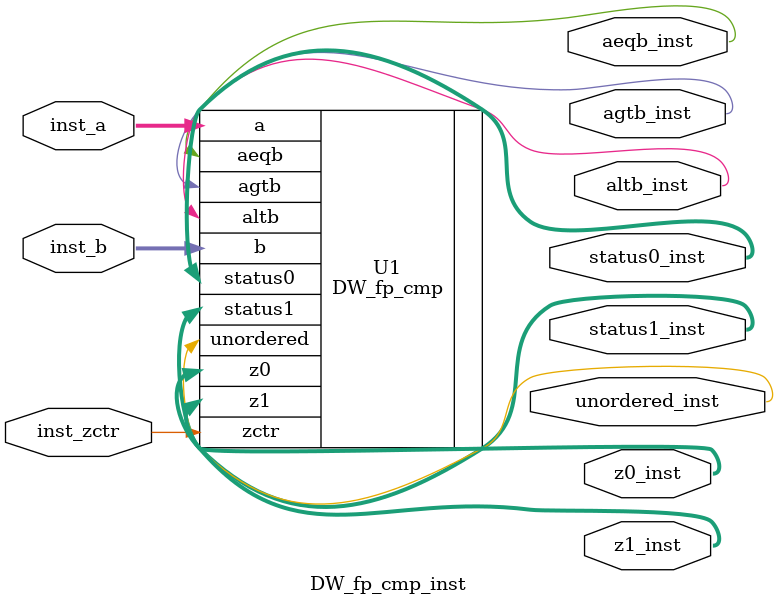
<source format=v>




module CNN(
// module CNN(
    //Input Port
    clk,
    rst_n,
    in_valid,
    Img,
    Kernel_ch1,
    Kernel_ch2,
	Weight,
    Opt,

    //Output Port
    out_valid,
    out
    );


//---------------------------------------------------------------------
//   PARAMETER
//---------------------------------------------------------------------

// IEEE floating point parameter
parameter inst_sig_width = 23;
parameter inst_exp_width = 8;
parameter inst_ieee_compliance = 0;
parameter inst_arch_type = 0;
parameter inst_arch = 0;
parameter inst_faithful_round = 0;

// parameter IDLE = 3'd0;
// parameter IN = 3'd1;
// parameter CAL = 3'd2;
// parameter OUT = 3'd3;

`define  IDLE       3'd0;
`define  IN_PA_CV   3'd1;
`define  Act        3'd2;
`define  FC         3'd3;
`define  SM_OUT     3'd4;
`define  DEFAULT    3'd4;




input rst_n, clk, in_valid;
input [inst_sig_width+inst_exp_width:0] Img, Kernel_ch1, Kernel_ch2, Weight;
input Opt;

output reg	out_valid;
output reg [inst_sig_width+inst_exp_width:0] out;


//---------------------------------------------------------------------
//   Reg & Wires
//---------------------------------------------------------------------
//
//  y = 0  * * * * *
//  y = 1  * * * * *           y = 0  * *
//  y = 2  * * * * *           y = 1  * *
//  y = 3  * * * * *           x =    0 1
//  y = 4  * * * * *
//  x =    0 1 2 3 4             Kernal
//
//      img
//

// reg [31:0] img1 [4:0] [4:0] ,img2 [4:0] [4:0],img3 [4:0] [4:0];  //32 bits, y axis, x axis
reg [31:0] img1 [4:0] [4:0] ;  //32 bits, y axis, x axis
reg [6:0]img_cnt;

genvar  a, b, c;
integer i,j,k;

//---------------------------------------------------------------------
// IPs
//---------------------------------------------------------------------


//---------------------------------------------------------------------
// Design
//---------------------------------------------------------------------


//---------------------------------------------------------------------
// Opt_reg
//---------------------------------------------------------------------
reg Opt_reg; // Opt_reg = 1/0, Replication /Zero padding
always @ (posedge clk or negedge rst_n)
    if (!rst_n) Opt_reg <= 1'd0;
    else Opt_reg <= (in_valid & img_cnt == 'd0) ? Opt :  Opt_reg;



//---------------------------------------------------------------------
// Image Read
//---------------------------------------------------------------------
wire RoundEnd;
assign RoundEnd = (img_cnt == 'd115);
always @( posedge clk or negedge rst_n) begin
    if (!rst_n) img_cnt <= 'd0;
    else if (in_valid)  img_cnt <= img_cnt + 'd1;
    else if (img_cnt != 'd0 & !RoundEnd )  img_cnt <= img_cnt + 'd1;
    else img_cnt <= 'd0;



    // img_cnt <= (in_valid | ) ? img_cnt + 'd1 : 'd0;
end

always @( posedge clk or negedge rst_n) begin

    if (!rst_n) for (i=0; i<5 ; i= i+1)  for (j=0; j<5 ; j= j+1) img1[i][j] <= 'd0;
    else if (RoundEnd) for (i=0; i<5 ; i= i+1)  for (j=0; j<5 ; j= j+1) img1[i][j] <= 'd0;
    else if ( in_valid ) begin
        if ( img_cnt <= 'd4)       img1[0][img_cnt]        <= Img; //first pucture
        else if ( img_cnt <= 'd9)  img1[1][img_cnt -  'd5] <= Img;
        else if ( img_cnt <= 'd14) img1[2][img_cnt - 'd10] <= Img;
        else if ( img_cnt <= 'd19) img1[3][img_cnt - 'd15] <= Img;
        else if ( img_cnt <= 'd24) img1[4][img_cnt - 'd20] <= Img;

        else if ( img_cnt <= 'd29) img1[0][img_cnt - 'd25] <= Img; //second pucture
        else if ( img_cnt <= 'd34) img1[1][img_cnt - 'd30] <= Img;
        else if ( img_cnt <= 'd39) img1[2][img_cnt - 'd35] <= Img;
        else if ( img_cnt <= 'd44) img1[3][img_cnt - 'd40] <= Img;
        else if ( img_cnt <= 'd49) img1[4][img_cnt - 'd45] <= Img;

        else if ( img_cnt <= 'd54) img1[0][img_cnt - 'd50] <= Img; //third pucture
        else if ( img_cnt <= 'd59) img1[1][img_cnt - 'd55] <= Img;
        else if ( img_cnt <= 'd64) img1[2][img_cnt - 'd60] <= Img;
        else if ( img_cnt <= 'd69) img1[3][img_cnt - 'd65] <= Img;
        else if ( img_cnt <= 'd74) img1[4][img_cnt - 'd70] <= Img;
    end
    else begin
        for ( i = 0; i < 5; i=i+1) for ( j = 0; j < 5; j=j+1) img1[i][j] <= img1[i][j];
    end
    // else if ( in_valid ) begin
    // if (!rst_n) img2 <= 'd0;
    //     else if ( img_cnt <= 29) img2[0][img_cnt - 'd25] <= Img;
    //     else if ( img_cnt <= 34) img2[1][img_cnt - 'd29] <= Img;
    //     else if ( img_cnt <= 39) img2[2][img_cnt - 'd34] <= Img;
    //     else if ( img_cnt <= 44) img2[3][img_cnt - 'd39] <= Img;
    //     else if ( img_cnt <= 49) img2[4][img_cnt - 'd44] <= Img;
    // end
    // else for ( i = 0; i < 5; i=i+1) for ( j = 0; j < 5; j=j+1) img2[i][j] <= img2[i][j];

    // if (!rst_n) img3 <= 'd0;
    // else if ( in_valid ) begin
    //     else if ( img_cnt <= 54) img3[0][img_cnt - 'd49] <= Img;
    //     else if ( img_cnt <= 59) img3[1][img_cnt - 'd54] <= Img;
    //     else if ( img_cnt <= 64) img3[2][img_cnt - 'd59] <= Img;
    //     else if ( img_cnt <= 69) img3[3][img_cnt - 'd64] <= Img;
    //     else if ( img_cnt <= 74) img3[4][img_cnt - 'd69] <= Img;
    // end
    // else for ( i = 0; i < 5; i=i+1) for ( j = 0; j < 5; j=j+1) img3[i][j] <= img3[i][j];

end


//---------------------------------------------------------------------
// Image Padding
//---------------------------------------------------------------------
// reg [31:0]padding1[6:0] [6:0],padding2 [6:0] [6:0], padding3 [6:0] [6:0];
reg [31:0]padding1[6:0] [6:0];

wire [1567:0] padding1_flt;
always @(*) begin
    if (Opt_reg) begin

        padding1 [1][1] = img1 [0][0];
        padding1 [1][2] = img1 [0][1];
        padding1 [1][3] = img1 [0][2];
        padding1 [1][4] = img1 [0][3];
        padding1 [1][5] = img1 [0][4];

        padding1 [2][1] = img1 [1][0];
        padding1 [2][2] = img1 [1][1];
        padding1 [2][3] = img1 [1][2];
        padding1 [2][4] = img1 [1][3];
        padding1 [2][5] = img1 [1][4];

        padding1 [3][1] = img1 [2][0];
        padding1 [3][2] = img1 [2][1];
        padding1 [3][3] = img1 [2][2];
        padding1 [3][4] = img1 [2][3];
        padding1 [3][5] = img1 [2][4];

        padding1 [4][1] = img1 [3][0];
        padding1 [4][2] = img1 [3][1];
        padding1 [4][3] = img1 [3][2];
        padding1 [4][4] = img1 [3][3];
        padding1 [4][5] = img1 [3][4];

        padding1 [5][1] = img1 [4][0];
        padding1 [5][2] = img1 [4][1];
        padding1 [5][3] = img1 [4][2];
        padding1 [5][4] = img1 [4][3];
        padding1 [5][5] = img1 [4][4];

        // padding1 outside up round
        padding1 [0][0] = img1 [0][0];
        padding1 [0][1] = img1 [0][0];
        padding1 [0][2] = img1 [0][1];
        padding1 [0][3] = img1 [0][2];
        padding1 [0][4] = img1 [0][3];
        padding1 [0][5] = img1 [0][4];
        padding1 [0][6] = img1 [0][4];

        // padding1 outside down round
        padding1 [6][0] = img1 [4][0];
        padding1 [6][1] = img1 [4][0];
        padding1 [6][2] = img1 [4][1];
        padding1 [6][3] = img1 [4][2];
        padding1 [6][4] = img1 [4][3];
        padding1 [6][5] = img1 [4][4];
        padding1 [6][6] = img1 [4][4];

        // padding1 outside two side
        padding1 [1][0] = img1 [0][0];
        padding1 [1][6] = img1 [0][4];
        padding1 [2][0] = img1 [1][0];
        padding1 [2][6] = img1 [1][4];
        padding1 [3][0] = img1 [2][0];
        padding1 [3][6] = img1 [2][4];
        padding1 [4][0] = img1 [3][0];
        padding1 [4][6] = img1 [3][4];
        padding1 [5][0] = img1 [4][0];
        padding1 [5][6] = img1 [4][4];



    end
    else begin
        padding1 [1][1] = img1 [0][0];
        padding1 [1][2] = img1 [0][1];
        padding1 [1][3] = img1 [0][2];
        padding1 [1][4] = img1 [0][3];
        padding1 [1][5] = img1 [0][4];

        padding1 [2][1] = img1 [1][0];
        padding1 [2][2] = img1 [1][1];
        padding1 [2][3] = img1 [1][2];
        padding1 [2][4] = img1 [1][3];
        padding1 [2][5] = img1 [1][4];

        padding1 [3][1] = img1 [2][0];
        padding1 [3][2] = img1 [2][1];
        padding1 [3][3] = img1 [2][2];
        padding1 [3][4] = img1 [2][3];
        padding1 [3][5] = img1 [2][4];

        padding1 [4][1] = img1 [3][0];
        padding1 [4][2] = img1 [3][1];
        padding1 [4][3] = img1 [3][2];
        padding1 [4][4] = img1 [3][3];
        padding1 [4][5] = img1 [3][4];

        padding1 [5][1] = img1 [4][0];
        padding1 [5][2] = img1 [4][1];
        padding1 [5][3] = img1 [4][2];
        padding1 [5][4] = img1 [4][3];
        padding1 [5][5] = img1 [4][4];

        // padding1 outside up round
        padding1 [0][0] = 'd0;
        padding1 [0][1] = 'd0;
        padding1 [0][2] = 'd0;
        padding1 [0][3] = 'd0;
        padding1 [0][4] = 'd0;
        padding1 [0][5] = 'd0;
        padding1 [0][6] = 'd0;

        // padding1 outside down round
        padding1 [6][0] = 'd0;
        padding1 [6][1] = 'd0;
        padding1 [6][2] = 'd0;
        padding1 [6][3] = 'd0;
        padding1 [6][4] = 'd0;
        padding1 [6][5] = 'd0;
        padding1 [6][6] = 'd0;

        // padding1 outside two side
        padding1 [1][0] = 'd0;
        padding1 [1][6] = 'd0;
        padding1 [2][0] = 'd0;
        padding1 [2][6] = 'd0;
        padding1 [3][0] = 'd0;
        padding1 [3][6] = 'd0;
        padding1 [4][0] = 'd0;
        padding1 [4][6] = 'd0;
        padding1 [5][0] = 'd0;
        padding1 [5][6] = 'd0;
    end
end

assign padding1_flt = {
    padding1[0][0], padding1[0][1], padding1[0][2], padding1[0][3], padding1[0][4], padding1[0][5], padding1[0][6],
    padding1[1][0], padding1[1][1], padding1[1][2], padding1[1][3], padding1[1][4], padding1[1][5], padding1[1][6],
    padding1[2][0], padding1[2][1], padding1[2][2], padding1[2][3], padding1[2][4], padding1[2][5], padding1[2][6],
    padding1[3][0], padding1[3][1], padding1[3][2], padding1[3][3], padding1[3][4], padding1[3][5], padding1[3][6],
    padding1[4][0], padding1[4][1], padding1[4][2], padding1[4][3], padding1[4][4], padding1[4][5], padding1[4][6],
    padding1[5][0], padding1[5][1], padding1[5][2], padding1[5][3], padding1[5][4], padding1[5][5], padding1[5][6],
    padding1[6][0], padding1[6][1], padding1[6][2], padding1[6][3], padding1[6][4], padding1[6][5], padding1[6][6]
};

// assign padding2_flt = {
//     padding2[0][0], padding2[0][1], padding2[0][2], padding2[0][3], padding2[0][4], padding2[0][5], padding2[0][6],
//     padding2[1][0], padding2[1][1], padding2[1][2], padding2[1][3], padding2[1][4], padding2[1][5], padding2[1][6],
//     padding2[2][0], padding2[2][1], padding2[2][2], padding2[2][3], padding2[2][4], padding2[2][5], padding2[2][6],
//     padding2[3][0], padding2[3][1], padding2[3][2], padding2[3][3], padding2[3][4], padding2[3][5], padding2[3][6],
//     padding2[4][0], padding2[4][1], padding2[4][2], padding2[4][3], padding2[4][4], padding2[4][5], padding2[4][6],
//     padding2[5][0], padding2[5][1], padding2[5][2], padding2[5][3], padding2[5][4], padding2[5][5], padding2[5][6],
//     padding2[6][0], padding2[6][1], padding2[6][2], padding2[6][3], padding2[6][4], padding2[6][5], padding2[6][6],
// }


//---------------------------------------------------------------------
// Kernel Read
//---------------------------------------------------------------------


 // kernal
 // {ker[0][0], ker[0][1], ker[0][2], ker[0][3],
 //  ker[1][0], ker[1][1], ker[1][2], ker[1][3],
 //  ker[2][0], ker[2][1], ker[2][2], ker[2][3]
 // }


reg [31:0] Kernel1 [2:0] [3:0], Kernel2 [2:0] [3:0];
reg [383:0] Kernel1_flt, Kernel2_flt;
always @( posedge clk or negedge rst_n) begin
    if (!rst_n) for (k=0; k<3 ; k= k+1)  for (j=0; j<4 ; j= j+1) Kernel1 [k][j] <= 'd0;
    // if (!rst_n)
    // {   Kernel1[0][0], Kernel1[0][1], Kernel1[0][2], Kernel1[0][3],
    //     Kernel1[1][0], Kernel1[1][1], Kernel1[1][2], Kernel1[1][3],
    //     Kernel1[2][0], Kernel1[2][1], Kernel1[2][2], Kernel1[2][3] } <='d0;

    else if ( in_valid & (img_cnt <= 'd11) ) begin
        if ( img_cnt <= 'd3  ) Kernel1[0][img_cnt      ]      <= Kernel_ch1;
        else if ( img_cnt <= 'd7  ) Kernel1[1][img_cnt - 'd4] <= Kernel_ch1;
        else if ( img_cnt <= 'd11 ) Kernel1[2][img_cnt - 'd8] <= Kernel_ch1;
    end
    else for ( i = 0; i < 3; i=i+1) for ( j = 0; j < 4; j=j+1) Kernel1[i][j] <= Kernel1[i][j];
end

always @( posedge clk or negedge rst_n) begin
    if (!rst_n)for (i=0; i<3 ; i= i+1)  for (j=0; j<4 ; j= j+1) Kernel2 [i][j] <= 'd0;
    else if ( in_valid & img_cnt <= 11 ) begin
        if ( img_cnt <= 3  ) Kernel2[0][img_cnt      ] <= Kernel_ch2;
        else if ( img_cnt <= 7  ) Kernel2[1][img_cnt - 'd4] <= Kernel_ch2;
        else if ( img_cnt <= 11 ) Kernel2[2][img_cnt - 'd8] <= Kernel_ch2;
    end
    else for ( i = 0; i < 3; i=i+1) for ( j = 0; j < 4; j=j+1) Kernel2[i][j] <= Kernel2[i][j];
end
assign Kernel1_flt = {  Kernel1[0][0], Kernel1[0][1], Kernel1[0][2], Kernel1[0][3],
                        Kernel1[1][0], Kernel1[1][1], Kernel1[1][2], Kernel1[1][3],
                        Kernel1[2][0], Kernel1[2][1], Kernel1[2][2], Kernel1[2][3]
};
assign Kernel2_flt = {  Kernel2[0][0], Kernel2[0][1], Kernel2[0][2], Kernel2[0][3],
                        Kernel2[1][0], Kernel2[1][1], Kernel2[1][2], Kernel2[1][3],
                        Kernel2[2][0], Kernel2[2][1], Kernel2[2][2], Kernel2[2][3]
};

//---------------------------------------------------------------------
// FC Weight Read
//---------------------------------------------------------------------
reg [31:0] weight1 [7:0], weight2 [7:0], weight3 [7:0];
always @( posedge clk or negedge rst_n) begin
    if (!rst_n) begin
        {weight1[0],weight1[1],weight1[2],weight1[3],weight1[4],weight1[5] ,weight1[6],weight1[7]} <= 'd0;
        {weight2[0],weight2[1],weight2[2],weight2[3],weight2[4],weight2[5] ,weight2[6],weight2[7]} <= 'd0;
        {weight3[0],weight3[1],weight3[2],weight3[3],weight3[4],weight3[5] ,weight3[6],weight3[7]} <= 'd0;
        // for (i=0; i<6 ; i= i+1) weight1[i] <= 'd0;
        // for (i=0; i<6 ; i= i+1) weight2[i] <= 'd0;
        // for (i=0; i<6 ; i= i+1) weight3[i] <= 'd0;

        // for ( i = 0 ; i < 6 ; i = i + 1)  begin
        //     weight1[i] <= 32'd0;
        //     weight2[i] <= 32'd0;
        //     weight3[i] <= 32'd0;
        // end
    end
    else if ( in_valid & img_cnt < 'd8  )  weight1 [img_cnt       ] <= Weight;
    else if ( in_valid & img_cnt < 'd16 )  weight2 [img_cnt - 'd8 ] <= Weight;
    else if ( in_valid & img_cnt < 'd24 )  weight3 [img_cnt - 'd16] <= Weight;
    else begin
        for ( i = 0 ; i < 8 ; i = i + 1) begin
            weight1 [i] <=  weight1 [i];
            weight2 [i] <=  weight2 [i];
            weight3 [i] <=  weight3 [i];
        end
    end
end


//---------------------------------------------------------------------
// Convolution
//---------------------------------------------------------------------

// reg [31:0] CVout_temp1 [2:0] [35:0];
// reg [31:0] CVout_temp2 [2:0] [35:0];

wire en_CV_out_selA,en_CV_out_selB;
wire [31:0] PPLCV_PE_out_nA;
wire [31:0] PPLCV_PE_out_nB;
wire  [5:0] CV_out_selA;        //    [6]  [7]
wire  [5:0] CV_out_selB;         //    [6]  [7]
wire [1151:0] CV_reg;



PPLCV_CTRLA PPLCV_CTRLAL(
        .clk(clk),
        .rst_n(rst_n),
        .img_cnt(img_cnt),
        .Kernel_flt(Kernel1_flt),
        .Pad(padding1_flt), // 32*49 = 1568  { Pad [0]  [1]  [2]......}
        .CV_out_selA(CV_out_selA),          //    [6]  [7]
        .en_CV_out_selA(en_CV_out_selA),
        .PPLCV_PE_out_nA(PPLCV_PE_out_nA)

    );
PPLCV_CTRLB PPLCV_CTRLBL(
        .clk(clk),
        .rst_n(rst_n),
        .img_cnt(img_cnt),
        .Kernel_flt(Kernel1_flt),
        .Pad(padding1_flt), // 32*49 = 1568  { Pad [0]  [1]  [2]......}
        .CV_out_selB(CV_out_selB),          //    [6]  [7]
        .en_CV_out_selB(en_CV_out_selB),
        .PPLCV_PE_out_nB(PPLCV_PE_out_nB)
    );
CV_reg_ckt CV_reg_cktL (
        .clk(clk),
        .rst_n(rst_n),
        .img_cnt(img_cnt),
        .PPLCV_PE_out_nA(PPLCV_PE_out_nA),
        .PPLCV_PE_out_nB(PPLCV_PE_out_nB),
        .CV_out_selA(CV_out_selA),
        .CV_out_selB(CV_out_selB),          //    [6]  [7]
        .en_CV_out_selA(en_CV_out_selA),
        .en_CV_out_selB(en_CV_out_selB),          //    [6]  [7]
        .CV_reg(CV_reg)
    );



wire en_CV_out_selA_R,en_CV_out_selB_R;
wire [31:0] PPLCV_PE_out_nA_R;
wire [31:0] PPLCV_PE_out_nB_R;
wire  [5:0] CV_out_selA_R;          //    [6]  [7]
wire  [5:0] CV_out_selB_R;          //    [6]  [7]
wire [1151:0] CV_reg_R;

PPLCV_CTRLA PPLCV_CTRLAR(
        .clk(clk),
        .rst_n(rst_n),
        .img_cnt(img_cnt),
        .Kernel_flt(Kernel2_flt),
        .Pad(padding1_flt), // 32*49 = 1568  { Pad [0]  [1]  [2]......}
        .CV_out_selA(CV_out_selA_R),          //    [6]  [7]
        .en_CV_out_selA(en_CV_out_selA_R),
        .PPLCV_PE_out_nA(PPLCV_PE_out_nA_R)

    );
PPLCV_CTRLB PPLCV_CTRLBR(
        .clk(clk),
        .rst_n(rst_n),
        .img_cnt(img_cnt),
        .Kernel_flt(Kernel2_flt),
        .Pad(padding1_flt), // 32*49 = 1568  { Pad [0]  [1]  [2]......}
        .CV_out_selB(CV_out_selB_R),          //    [6]  [7]
        .en_CV_out_selB(en_CV_out_selB_R),
        .PPLCV_PE_out_nB(PPLCV_PE_out_nB_R)
    );
CV_reg_ckt CV_reg_cktR (
        .clk(clk),
        .rst_n(rst_n),
        .img_cnt(img_cnt),
        .PPLCV_PE_out_nA(PPLCV_PE_out_nA_R),
        .PPLCV_PE_out_nB(PPLCV_PE_out_nB_R),
        .CV_out_selA(CV_out_selA_R),          //    [6]  [7]
        .CV_out_selB(CV_out_selB_R),          //    [6]  [7]
        .en_CV_out_selA(en_CV_out_selA_R),         //    [6]  [7]
        .en_CV_out_selB(en_CV_out_selB_R),
        .CV_reg(CV_reg_R)
    );

//---------------------------------------------------------------------
// Max Pooling
//---------------------------------------------------------------------
 //when img_cnt =97 , comp has been finished. But Max[7] will be useable at cnt = 106 (105->106)
wire en_act;
wire [31:0] act_out;
wire [31:0] CVreg_arr [35:0], CV_reg_R_arr [35:0];
assign {CVreg_arr[0] [31:0], CVreg_arr[1] [31:0], CVreg_arr[2] [31:0], CVreg_arr[3] [31:0], CVreg_arr[4] [31:0], CVreg_arr[5] [31:0],
        CVreg_arr[6] [31:0], CVreg_arr[7] [31:0], CVreg_arr[8] [31:0], CVreg_arr[9] [31:0], CVreg_arr[10][31:0], CVreg_arr[11][31:0],
        CVreg_arr[12][31:0], CVreg_arr[13][31:0], CVreg_arr[14][31:0], CVreg_arr[15][31:0], CVreg_arr[16][31:0], CVreg_arr[17][31:0],
        CVreg_arr[18][31:0], CVreg_arr[19][31:0], CVreg_arr[20][31:0], CVreg_arr[21][31:0], CVreg_arr[22][31:0], CVreg_arr[23][31:0],
        CVreg_arr[24][31:0], CVreg_arr[25][31:0], CVreg_arr[26][31:0], CVreg_arr[27][31:0], CVreg_arr[28][31:0], CVreg_arr[29][31:0],
        CVreg_arr[30][31:0], CVreg_arr[31][31:0], CVreg_arr[32][31:0], CVreg_arr[33][31:0], CVreg_arr[34][31:0], CVreg_arr[35][31:0]} =CV_reg ;


assign {CV_reg_R_arr[0] [31:0] , CV_reg_R_arr[1] [31:0] , CV_reg_R_arr[2] [31:0] , CV_reg_R_arr[3] [31:0] , CV_reg_R_arr[4] [31:0] , CV_reg_R_arr[5] [31:0],
        CV_reg_R_arr[6] [31:0] , CV_reg_R_arr[7] [31:0] , CV_reg_R_arr[8] [31:0] , CV_reg_R_arr[9] [31:0] , CV_reg_R_arr[10][31:0] , CV_reg_R_arr[11][31:0],
        CV_reg_R_arr[12][31:0] , CV_reg_R_arr[13][31:0] , CV_reg_R_arr[14][31:0] , CV_reg_R_arr[15][31:0] , CV_reg_R_arr[16][31:0] , CV_reg_R_arr[17][31:0],
        CV_reg_R_arr[18][31:0] , CV_reg_R_arr[19][31:0] , CV_reg_R_arr[20][31:0] , CV_reg_R_arr[21][31:0] , CV_reg_R_arr[22][31:0] , CV_reg_R_arr[23][31:0],
        CV_reg_R_arr[24][31:0] , CV_reg_R_arr[25][31:0] , CV_reg_R_arr[26][31:0] , CV_reg_R_arr[27][31:0] , CV_reg_R_arr[28][31:0] , CV_reg_R_arr[29][31:0],
        CV_reg_R_arr[30][31:0] , CV_reg_R_arr[31][31:0] , CV_reg_R_arr[32][31:0] , CV_reg_R_arr[33][31:0] , CV_reg_R_arr[34][31:0] , CV_reg_R_arr[35][31:0]} = CV_reg_R ;

wire [31:0] act_up;


wire [7:0] agtb;
reg [31:0] compA[7:0],compB[7:0];
reg [31:0] Max[7:0];
// Max
// Chanel left      Chanel right
//    0  1             4   5
//    2  3             6   7
wire en_comp;
// reg [2:0]comp_cnt;
assign en_comp = img_cnt >= 'd89 & img_cnt <= 'd96 ;  //when img_cnt =97 , comp has been finished.

generate
    for (a=0 ; a<8 ; a = a+1)
        DW_fp_cmp_inst DW_fp_cmp_inst( .inst_a(compA[a]), .inst_b(compB[a]), .inst_zctr(1'd0), .agtb_inst(agtb[a]) );
endgenerate

always @( posedge clk or negedge rst_n) begin
    if (!rst_n) for (i=0; i<8 ; i=i+1) Max[i] <='d0;
    else if ( RoundEnd ) for (i=0; i<8 ; i=i+1) Max[i] <= 'd0;
    else if (en_comp) begin
        for (i=0; i<8 ; i=i+1) begin
            Max[i] <= (agtb[i]) ? compA[i] : compB[i];
        end
    end
    else if ( en_act)
        case (img_cnt)
            'd97:  begin
                        Max[0] <= (Opt_reg) ? act_up : 32'b00111111100000000000000000000000 ;
                    end
            'd98:  begin
                        Max[1] <= (Opt_reg) ? act_up : 32'b00111111100000000000000000000000 ;
                        Max[0] <= act_out;
                    end
            'd99:  begin
                        Max[2] <= (Opt_reg) ? act_up : 32'b00111111100000000000000000000000 ;
                        Max[1] <= act_out;
                    end
            'd100: begin
                        Max[3] <= (Opt_reg) ? act_up : 32'b00111111100000000000000000000000 ;
                        Max[2] <= act_out;
                    end
            'd101: begin
                        Max[4] <= (Opt_reg) ? act_up : 32'b00111111100000000000000000000000 ;
                        Max[3] <= act_out;
                    end
            'd102: begin
                        Max[5] <= (Opt_reg) ? act_up : 32'b00111111100000000000000000000000 ;
                        Max[4] <= act_out;
                    end
            'd103: begin
                        Max[6] <= (Opt_reg) ? act_up : 32'b00111111100000000000000000000000 ;
                        Max[5] <= act_out;
                    end
            'd104: begin
                        Max[7] <= (Opt_reg) ? act_up : 32'b00111111100000000000000000000000 ;
                        Max[6] <= act_out;
                    end
            'd105: begin
                        Max[7] <= act_out;
                    end
        endcase

    else for (i=0; i<8 ; i=i+1) Max[i] <= Max[i];
end

always @(*) begin
    case (img_cnt)
        'd89:begin
            {compA [0] ,compB [0]} = {CVreg_arr[0] , CVreg_arr[1]      };
            {compA [1] ,compB [1]} = {CVreg_arr[3] , CVreg_arr[4]      };
            {compA [2] ,compB [2]} = {CVreg_arr[18], CVreg_arr[19]     };
            {compA [3] ,compB [3]} = {CVreg_arr[21], CVreg_arr[22]     };
            {compA [4] ,compB [4]} = {CV_reg_R_arr[0] , CV_reg_R_arr[1]};
            {compA [5] ,compB [5]} = {CV_reg_R_arr[3] , CV_reg_R_arr[4]};
            {compA [6] ,compB [6]} = {CV_reg_R_arr[18], CV_reg_R_arr[19]};
            {compA [7] ,compB [7]} = {CV_reg_R_arr[21], CV_reg_R_arr[22]};
        end
        'd90:begin
            {compA [0] ,compB [0]} = {CVreg_arr[2 ]   , Max[0]};
            {compA [1] ,compB [1]} = {CVreg_arr[5 ]   , Max[1]};
            {compA [2] ,compB [2]} = {CVreg_arr[20]   , Max[2]};
            {compA [3] ,compB [3]} = {CVreg_arr[23]   , Max[3]};
            {compA [4] ,compB [4]} = {CV_reg_R_arr[2 ], Max[4]};
            {compA [5] ,compB [5]} = {CV_reg_R_arr[5 ], Max[5]};
            {compA [6] ,compB [6]} = {CV_reg_R_arr[20], Max[6]};
            {compA [7] ,compB [7]} = {CV_reg_R_arr[23], Max[7]};
        end
        'd91:begin
            {compA [0] ,compB [0]} = {Max[0], CVreg_arr[6 ]};
            {compA [1] ,compB [1]} = {Max[1], CVreg_arr[9 ]};
            {compA [2] ,compB [2]} = {Max[2], CVreg_arr[24]};
            {compA [3] ,compB [3]} = {Max[3], CVreg_arr[27]};
            {compA [4] ,compB [4]} = {Max[4], CV_reg_R_arr[6 ]};
            {compA [5] ,compB [5]} = {Max[5], CV_reg_R_arr[9 ]};
            {compA [6] ,compB [6]} = {Max[6], CV_reg_R_arr[24]};
            {compA [7] ,compB [7]} = {Max[7], CV_reg_R_arr[27]};
        end
        'd92:begin
            {compA [0] ,compB [0]} = {CVreg_arr[7 ]   , Max[0]};
            {compA [1] ,compB [1]} = {CVreg_arr[10]   , Max[1]};
            {compA [2] ,compB [2]} = {CVreg_arr[25]   , Max[2]};
            {compA [3] ,compB [3]} = {CVreg_arr[28]   , Max[3]};
            {compA [4] ,compB [4]} = {CV_reg_R_arr[7 ], Max[4]};
            {compA [5] ,compB [5]} = {CV_reg_R_arr[10], Max[5]};
            {compA [6] ,compB [6]} = {CV_reg_R_arr[25], Max[6]};
            {compA [7] ,compB [7]} = {CV_reg_R_arr[28], Max[7]};
        end
        'd93:begin
            {compA [0] ,compB [0]} = {Max[0], CVreg_arr[8 ]};
            {compA [1] ,compB [1]} = {Max[1], CVreg_arr[11]};
            {compA [2] ,compB [2]} = {Max[2], CVreg_arr[26]};
            {compA [3] ,compB [3]} = {Max[3], CVreg_arr[29]};
            {compA [4] ,compB [4]} = {Max[4], CV_reg_R_arr[8 ]};
            {compA [5] ,compB [5]} = {Max[5], CV_reg_R_arr[11]};
            {compA [6] ,compB [6]} = {Max[6], CV_reg_R_arr[26]};
            {compA [7] ,compB [7]} = {Max[7], CV_reg_R_arr[29]};
        end
        'd94:begin
            {compA [0] ,compB [0]} = {  CVreg_arr[12]   , Max[0]};
            {compA [1] ,compB [1]} = {  CVreg_arr[15]   , Max[1]};
            {compA [2] ,compB [2]} = {  CVreg_arr[30]   , Max[2]};
            {compA [3] ,compB [3]} = {  CVreg_arr[33]   , Max[3]};
            {compA [4] ,compB [4]} = {  CV_reg_R_arr[12], Max[4]};
            {compA [5] ,compB [5]} = {  CV_reg_R_arr[15], Max[5]};
            {compA [6] ,compB [6]} = {  CV_reg_R_arr[30], Max[6]};
            {compA [7] ,compB [7]} = {  CV_reg_R_arr[33], Max[7]};
        end
        'd95:begin
            {compA [0] ,compB [0]} = {Max[0], CVreg_arr[13]   };
            {compA [1] ,compB [1]} = {Max[1], CVreg_arr[16]   };
            {compA [2] ,compB [2]} = {Max[2], CVreg_arr[31]   };
            {compA [3] ,compB [3]} = {Max[3], CVreg_arr[34]   };
            {compA [4] ,compB [4]} = {Max[4], CV_reg_R_arr[13]};
            {compA [5] ,compB [5]} = {Max[5], CV_reg_R_arr[16]};
            {compA [6] ,compB [6]} = {Max[6], CV_reg_R_arr[31]};
            {compA [7] ,compB [7]} = {Max[7], CV_reg_R_arr[34]};
        end
        'd96:begin
            {compA [0] ,compB [0]} = {  CVreg_arr[14]   , Max[0]};
            {compA [1] ,compB [1]} = {  CVreg_arr[17]   , Max[1]};
            {compA [2] ,compB [2]} = {  CVreg_arr[32]   , Max[2]};
            {compA [3] ,compB [3]} = {  CVreg_arr[35]   , Max[3]};
            {compA [4] ,compB [4]} = {  CV_reg_R_arr[14], Max[4]};
            {compA [5] ,compB [5]} = {  CV_reg_R_arr[17], Max[5]};
            {compA [6] ,compB [6]} = {  CV_reg_R_arr[32], Max[6]};
            {compA [7] ,compB [7]} = {  CV_reg_R_arr[35], Max[7]};
        end
        default: begin
            {compA [0] ,compB [0]} = 'd0;
            {compA [1] ,compB [1]} = 'd0;
            {compA [2] ,compB [2]} = 'd0;
            {compA [3] ,compB [3]} = 'd0;
            {compA [4] ,compB [4]} = 'd0;
            {compA [5] ,compB [5]} = 'd0;
            {compA [6] ,compB [6]} = 'd0;
            {compA [7] ,compB [7]} = 'd0;
        end
    endcase
end



//---------------------------------------------------------------------
// Activateion
//---------------------------------------------------------------------
// every act takes 2clk, first act , end at cnt 98=>99. (you can take it at cnt = 99)
// 8 act will start from cnt =97 and have been finished  106(105 =>106)
// opt = 0/1 => sigmoid / tanh

//  Act left        Act right
//    0  1             4   5
//    2  3             6   7
// You can easily take them from
//    99  100         103 104
//    101 102         105 106

reg [31:0] R1,R2,R3,R4;
reg  [31:0] fc_out1, fc_out2, fc_out3;



assign en_act = img_cnt >= 'd97 &  img_cnt <= 'd105;
wire [31:0] act_down,act_up_temp, act_down_temp;
reg  [31:0] exp_ord;

reg [31:0] act_temp ,Max_temp;
// we split result into act_up and act_down and store them in Max and act_down
// act_result will also stored in Max

always @(*) begin
    case (img_cnt)
        'd97 : Max_temp = Max [0];
        'd98 : Max_temp = Max [1];
        'd99 : Max_temp = Max [2];
        'd100: Max_temp = Max [3];
        'd101: Max_temp = Max [4];
        'd102: Max_temp = Max [5];
        'd103: Max_temp = Max [6];
        'd104: Max_temp = Max [7];
        // 'd105:
        // 'd106: Max_temp = Max [4];
        // 'd107:
        // 'd108: Max_temp = Max [5];
        // 'd109:
        // 'd110: Max_temp = Max [6];
        // 'd111:
        // 'd112: Max_temp = Max [7];
        default: Max_temp = 'd0;
    endcase
end

// act_down
// assign exp_ord = (Opt_reg) ? {Max_temp[31],{Max_temp[29:23]'1'd0},Max_tem[22:0]} :Max_temp;

always @( *) begin
    if ( img_cnt < 'd107)
        // exp_ord = (Opt_reg) ? {Max_temp[31],{Max_temp[29:23],1'd0},Max_temp[22:0]} :Max_temp;
        exp_ord = (Opt_reg) ? {Max_temp[31],{Max_temp[30:23]+8'd1},Max_temp[22:0]} :{!Max_temp[31],Max_temp[30:0]};
    else
        case (img_cnt)
        'd109: exp_ord = fc_out1;
        'd110: exp_ord = fc_out2;
        'd111: exp_ord = fc_out3;
        default : exp_ord = 'd0;
        endcase
end

reg [31:0] act_down_add_in1,act_down_add_in2;
always @( *) begin
    if ( img_cnt < 'd107) begin
        act_down_add_in1 = act_down_temp;
        act_down_add_in2 = 32'b00111111100000000000000000000000;
    end
    else
        case (img_cnt)
        'd110: begin act_down_add_in1 = R1; act_down_add_in2 = act_down_temp; end
        'd111: begin act_down_add_in1 = R4; act_down_add_in2 = act_down_temp; end
        default :  begin act_down_add_in1 = R1; act_down_add_in2 = act_down_temp; end
        endcase
end


//act_down
DW_fp_exp #(inst_sig_width, inst_exp_width, inst_ieee_compliance, inst_arch) act_down_exp (
.a(exp_ord),
.z(act_down_temp));

DW_fp_add #(inst_sig_width, inst_exp_width, inst_ieee_compliance)act_down_add
( .a(act_down_add_in1), .b(act_down_add_in2), .rnd(3'd0), .z(act_down));

//act_up
DW_fp_exp #(inst_sig_width, inst_exp_width, inst_ieee_compliance, inst_arch) act_up_exp (
.a( {Max_temp[31],{Max_temp[30:23] + 8'd1},Max_temp[22:0]} ),.z(act_up_temp));

DW_fp_sub #(inst_sig_width, inst_exp_width, inst_ieee_compliance)act_up_sub
( .a(act_up_temp), .b(32'b0111111100000000000000000000000), .rnd(3'd0), .z(act_up) );


always @( posedge clk or negedge rst_n) begin
    if (!rst_n) act_temp <= 'd0;
    else if ( RoundEnd)  act_temp<='d0;
    else act_temp <= act_down;
end




// div

reg [31:0] act_div_up;
always @(*) begin
    if (Opt_reg)
        case (img_cnt)
            'd98 : act_div_up = Max [0];
            'd99 : act_div_up = Max [1];
            'd100: act_div_up = Max [2];
            'd101: act_div_up = Max [3];
            'd102: act_div_up = Max [4];
            'd103: act_div_up = Max [5];
            'd104: act_div_up = Max [6];
            'd105: act_div_up = Max [7];
            default: act_div_up = 'd0;
        endcase
    else act_div_up = 32'b0111111100000000000000000000000;
end

DW_fp_div #(inst_sig_width, inst_exp_width, inst_ieee_compliance, inst_faithful_round) act_div
( .a(act_div_up), .b(act_temp), .rnd(3'd0), .z(act_out));




//---------------------------------------------------------------------
// Fully Connection
//---------------------------------------------------------------------

//  Act left        Act right
//    0  1             4   5
//    2  3             6   7
// You can easily take them from
//    100  101         104 105
//    102  103         106 107    **********  MAx[7]

// use act2 from cnt = 106 is ok
// compute act1 from 102 is good, this can connect act2
// act1 result outcome at cnt =104,  act2 result outcome at cnt =107
// for weight2 106~109
// for weight3 107~110

// fc_out1  store at cnt 107 =>108  108 can be used.
// fc_out2  store at cnt 108 =>109  109 can be used.
// fc_out3  store at cnt 109 =>110  110 can be used.

wire fc_st1;
reg fc_st2, fc_st3;
wire [31:0] fc_add_out;

wire [31:0] fc_ker1 [3:0], fc_ker2 [3:0], fc_ker3 [3:0];
wire [31:0] fc_pad1 [3:0], fc_pad2 [3:0], fc_pad3 [3:0];
wire [31:0] fc_PPLCV_PE_out_n1, fc_PPLCV_PE_out_n2, fc_PPLCV_PE_out_n3;
wire [31:0] fc_PPLCV_PE_out_1, fc_PPLCV_PE_out_2, fc_PPLCV_PE_out_3;
assign {fc_ker1[0],fc_ker1[1],fc_ker1[2],fc_ker1[3]} = (img_cnt > 'd105) ? {Max[4], Max[5], Max[6], Max[7]} : {Max[0], Max[1], Max[2], Max[3]};
assign {fc_ker2[0],fc_ker2[1],fc_ker2[2],fc_ker2[3]} = (img_cnt > 'd106) ? {Max[4], Max[5], Max[6], Max[7]} : {Max[0], Max[1], Max[2], Max[3]};
assign {fc_ker3[0],fc_ker3[1],fc_ker3[2],fc_ker3[3]} = (img_cnt > 'd107) ? {Max[4], Max[5], Max[6], Max[7]} : {Max[0], Max[1], Max[2], Max[3]};

assign {fc_pad1[0],fc_pad1[1],fc_pad1[2],fc_pad1[3]} = (img_cnt > 'd105) ? {weight1[4], weight1[5], weight1[6], weight1[7]} :{weight1[0], weight1[1], weight1[2], weight1[3]};
assign {fc_pad2[0],fc_pad2[1],fc_pad2[2],fc_pad2[3]} = (img_cnt > 'd106) ? {weight2[4], weight2[5], weight2[6], weight2[7]} :{weight2[0], weight2[1], weight2[2], weight2[3]};
assign {fc_pad3[0],fc_pad3[1],fc_pad3[2],fc_pad3[3]} = (img_cnt > 'd107) ? {weight3[4], weight3[5], weight3[6], weight3[7]} :{weight3[0], weight3[1], weight3[2], weight3[3]};
assign fc_st1 = img_cnt >= 'd103 & img_cnt <= 'd108;


always @( posedge clk or negedge rst_n) begin
    if (!rst_n) begin
        fc_st2 <= 'd0;
        fc_st3 <= 'd0;
    end
    else begin
        fc_st2 <= fc_st1;
        fc_st3 <= fc_st2;
    end
end

PPLCV_COMP FC1 (
        .clk(clk),
        .rst_n(rst_n),
        .st(fc_st1),
        .Ker1(fc_ker1[0][31:0]),  // Ker1 Ker2
        .Ker2(fc_ker1[1][31:0]),  // Ker3 Ker4
        .Ker3(fc_ker1[2][31:0]),
        .Ker4(fc_ker1[3][31:0]),
        .Pad1(fc_pad1[0][31:0]),  // Pad1 Pad2
        .Pad2(fc_pad1[1][31:0]),  // Pad3 Pad4
        .Pad3(fc_pad1[2][31:0]),
        .Pad4(fc_pad1[3][31:0]),
        .PPLCV_PE_out_n(fc_PPLCV_PE_out_n1),
        .PPLCV_PE_out(fc_PPLCV_PE_out_1)
    );
PPLCV_COMP FC2 (
        .clk(clk),
        .rst_n(rst_n),
        .st(fc_st2),
        .Ker1(fc_ker2[0][31:0]),  // Ker1 Ker2
        .Ker2(fc_ker2[1][31:0]),  // Ker3 Ker4
        .Ker3(fc_ker2[2][31:0]),
        .Ker4(fc_ker2[3][31:0]),
        .Pad1(fc_pad2[0][31:0]),  // Pad1 Pad2
        .Pad2(fc_pad2[1][31:0]),  // Pad3 Pad4
        .Pad3(fc_pad2[2][31:0]),
        .Pad4(fc_pad2[3][31:0]),
        .PPLCV_PE_out_n(fc_PPLCV_PE_out_n2),
        .PPLCV_PE_out(fc_PPLCV_PE_out_2)
    );
PPLCV_COMP FC3 (
        .clk(clk),
        .rst_n(rst_n),
        .st(fc_st3),
        .Ker1(fc_ker3[0][31:0]),  // Ker1 Ker2
        .Ker2(fc_ker3[1][31:0]),  // Ker3 Ker4
        .Ker3(fc_ker3[2][31:0]),
        .Ker4(fc_ker3[3][31:0]),
        .Pad1(fc_pad3[0][31:0]),  // Pad1 Pad2
        .Pad2(fc_pad3[1][31:0]),  // Pad3 Pad4
        .Pad3(fc_pad3[2][31:0]),
        .Pad4(fc_pad3[3][31:0]),
        .PPLCV_PE_out_n(fc_PPLCV_PE_out_n3),
        .PPLCV_PE_out(fc_PPLCV_PE_out_3)
    );

wire [31:0] PPLCV_PE_out, PPLCV_PE_out_n;
assign PPLCV_PE_out = (img_cnt == 'd108) ? fc_PPLCV_PE_out_1:
                      (img_cnt == 'd109) ? fc_PPLCV_PE_out_2:
                      (img_cnt == 'd110) ? fc_PPLCV_PE_out_3: 'd0;
assign PPLCV_PE_out_n = (img_cnt == 'd108) ? fc_PPLCV_PE_out_n1:
                        (img_cnt == 'd109) ? fc_PPLCV_PE_out_n2:
                        (img_cnt == 'd110) ? fc_PPLCV_PE_out_n3: 'd0;

DW_fp_add #(inst_sig_width, inst_exp_width, inst_ieee_compliance) fc_add
( .a(PPLCV_PE_out), .b(PPLCV_PE_out_n), .rnd(3'd0), .z(fc_add_out));


always @( posedge clk or negedge rst_n) begin
    if (!rst_n) begin
        fc_out1 <= 'd0;
        fc_out2 <= 'd0;
        fc_out3 <= 'd0;
    end
    else if (RoundEnd)begin
        fc_out1 <= 'd0;   // fc_out1 can be used at cnt = 109
        fc_out2 <= 'd0;   // fc_out2 can be used at cnt = 110
        fc_out3 <= 'd0;   // fc_out3 can be used at cnt = 111
    end
    else begin
        fc_out1 <= (img_cnt == 'd108) ? fc_add_out :fc_out1;   // fc_out1 can be used at cnt = 109
        fc_out2 <= (img_cnt == 'd109) ? fc_add_out :fc_out2;   // fc_out2 can be used at cnt = 110
        fc_out3 <= (img_cnt == 'd110) ? fc_add_out :fc_out3;   // fc_out3 can be used at cnt = 111
    end
end

//---------------------------------------------------------------------
// Softmax   3 input & 3 output
//---------------------------------------------------------------------

reg [31:0] sm_div_up,sm_div_down;
wire [31:0] sm_div_out;



// fc_out1 can be used at cnt = 109
// fc_out2 can be used at cnt = 110
// fc_out3 can be used at cnt = 111
always @ (posedge clk or negedge rst_n) begin
    if(!rst_n) begin
    R1 <= 'd0;
    R2 <= 'd0;
    R3 <= 'd0;
    R4 <= 'd0;
    end
    else if ( RoundEnd) begin
    R1 <= 'd0;
    R2 <= 'd0;
    R3 <= 'd0;
    R4 <= 'd0;
    end
    else if (img_cnt == 'd109) R1 <= act_down_temp;  //go to activate, about line 780
    else if (img_cnt == 'd110) begin                 // act_down is from adder, act_down_temp is from exp
        R2 <= act_down_temp;
        R4 <= act_down;
    end
    else if (img_cnt == 'd111) begin                 // cnt == 110, prapare is ok, R1,R2,R3,R4 can be uesd
        R3 <= act_down_temp;
        R4 <= act_down;
    end
    else if (img_cnt == 'd112) R1 <= sm_div_out;
    else if (img_cnt == 'd113) R2 <= sm_div_out;
    else if (img_cnt == 'd114) R3 <= sm_div_out;

end

always @(*) begin
    case (img_cnt)
        'd112: sm_div_up = R1;
        'd113: sm_div_up = R2;
        'd114: sm_div_up = R3;
        default: sm_div_up = 'd0;
    endcase
end

always @(*) begin
    sm_div_down = R4;
end

DW_fp_div #(inst_sig_width, inst_exp_width, inst_ieee_compliance, inst_faithful_round) SoftmaxDiv1
( .a(sm_div_up), .b(sm_div_down), .rnd(3'd0), .z(sm_div_out));

always @ ( posedge clk or negedge rst_n) begin
    if (!rst_n) begin
        out <= 'd0;
        out_valid <= 'd0;
    end
    else if ( img_cnt == 'd113 | img_cnt == 'd114 | img_cnt == 'd115 ) begin
        out_valid <= 'd1;
        out <=  (img_cnt == 'd113) ? R1:
                (img_cnt == 'd114) ? R2:R3;
    end
    else begin
        out_valid <= 'd0;
        out <=  'd0;
    end
end

endmodule


//---------------------------------------------------------------------
// Activate function
//---------------------------------------------------------------------

// module Sigmoid (
//     in_si,out_si
//     );

//     input [31:0] in_si;
//     output[31:0] out_si;
//     wire [31:0] in_exp, in_plus1;

//     parameter inst_sig_width = 23;
//     parameter inst_exp_width = 8;
//     parameter inst_ieee_compliance = 0;
//     parameter inst_arch_type = 0;
//     parameter inst_arch = 0;
//     parameter inst_faithful_round = 0;

//     // 32'b  1.0 = 01111111 00000000000000000000000

//     DW_fp_exp #(inst_sig_width, inst_exp_width, inst_ieee_compliance, inst_arch) sig_exp (
//     .a({!in[31],in[30:0]}),
//     .z(in_exp),
//     .status() );

//     DW_fp_add #(inst_sig_width, inst_exp_width, inst_ieee_compliance)sig_add
//     ( .a(32'b0111111100000000000000000000000), .b(in_exp), .rnd(3'd0), .z(in_plus1), .status() );

//     DW_fp_div #(inst_sig_width, inst_exp_width, inst_ieee_compliance, inst_faithful_round) sig_div
//     ( .a(32'b0111111100000000000000000000000), .b(in_plus1), .rnd(3'd0), .z(out), .status()
//     );

// endmodule



// module Tanh (
//         in,out
//     );

//     input [31:0] in;
//     output[31:0] out;
//     wire [31:0] in_douple_exp;

//     parameter inst_sig_width = 23;
//     parameter inst_exp_width = 8;
//     parameter inst_ieee_compliance = 0;
//     parameter inst_arch_type = 0;
//     parameter inst_arch = 0;
//     parameter inst_faithful_round = 0;

//     // 32'b  1.0 = 01111111 00000000000000000000000

//     // wire [31:0]in_double, in_douple_exp_add, in_douple_exp_sub;
//     // assign in_double = {in[31], (in[29:23],1'd0), in[22:0]};

//     // use in_double
//     // DW_fp_exp #(inst_sig_width, inst_exp_width, inst_ieee_compliance, inst_arch) tanh_exp (
//     // .a(in_double),
//     // .z(in_douple_exp),
//     // .status() );

//     // DW_fp_add #(sig_width, exp_width, ieee_compliance)tanh_add
//     // ( .a(in_douple_exp), .b(32'b0111111100000000000000000000000), .rnd(3'd0), .z(in_douple_exp_add), .status() );

//     // DW_fp_sub #(sig_width, exp_width, ieee_compliance)tanh_sub
//     // ( .a(in_douple_exp), .b(32'b0111111100000000000000000000000), .rnd(3'd0), .z(in_douple_exp_sub), .status() );

//     // DW_fp_add #(sig_width, exp_width, ieee_compliance)tanh_add
//     // ( .a(in_douple_exp), .b(32'b0111111100000000000000000000000), .rnd(3'd0), .z(in_douple_exp_add), .status() );

//     // DW_fp_div #(sig_width, exp_width, ieee_compliance, inst_faithful_round) tanh_div
//     // ( .a(in_douple_exp_sub), .b(in_douple_exp_add), .rnd(3'd0), .z(out), .status()
//     // );


//     wire [31:0] in_exp_pos, in_exp_neg, in_exp_add. in_exp_sub;
//     //
//     DW_fp_exp #(inst_sig_width, inst_exp_width, inst_ieee_compliance, inst_arch) tanh_exp_pos (
//     .a(in),
//     .z(in_exp_pos) );


//     DW_fp_exp #(inst_sig_width, inst_exp_width, inst_ieee_compliance, inst_arch) tanh_exp_neg (
//     .a({!in[31],in[30:0]}),
//     .z(in_exp_neg) );

//     DW_fp_add #(sig_width, exp_width, ieee_compliance)tanh_add
//     ( .a(in_exp_pos), .b(in_exp_neg), .rnd(3'd0), .z(in_exp_add), .status() );

//     DW_fp_sub #(sig_width, exp_width, ieee_compliance)tanh_sub
//     ( .a(in_exp_pos), .b(in_exp_neg), .rnd(3'd0), .z(in_exp_sub), .status() );


//     DW_fp_div #(sig_width, exp_width, ieee_compliance, inst_faithful_round) tanh_div
//     ( .a(in_exp_neg), .b(in_exp_pos), .rnd(3'd0), .z(out), .status()
//     );

// endmodule



// //---------------------------------------------------------------------
// // Pipeline Convolution
// //---------------------------------------------------------------------

// module CNN(
module PPLCV_CTRLA(
        input clk,
        input rst_n,
        input [6:0]img_cnt,
        input [383:0] Kernel_flt,
        // input [383:0] Kernel2_flt,
        // input [31:0] Ker1,
        // input [31:0] Ker2,
        // input [31:0] Ker3,
        // input [31:0] Ker4,
        input [1567:0] Pad, // 32*49 = 1568  { Pad [0]  [1]  [2]......}
        output  [5:0] CV_out_selA,          //    [6]  [7]
        output en_CV_out_selA,
        output reg [31:0] PPLCV_PE_out_nA,
        // output reg [31:0] PPLCV_PE_out_A,
        output  [31:0] PPLCV_PE_out_nA1,
        output [31:0] PPLCV_PE_out_nA2,
        output [31:0] PPLCV_PE_out_nA3,
        output [31:0] PPLCV_PE_out_A1,
        output [31:0] PPLCV_PE_out_A2,
        output [31:0] PPLCV_PE_out_A3
    );


    // pad
    // { Pad [0]  [1]  [2]......}
    //       [6]  [7]  [8]

    // kernal
    // {ker[0][0], ker[0][1], ker[0][2], ker[0][3],
    //  ker[1][0], ker[1][1], ker[1][2], ker[1][3],
    //  ker[2][0], ker[2][1], ker[2][2], ker[2][3]
    // }

    integer i,j,k;
    reg [31:0] Pad_arr [48:0];  // 32*7 = 224
    reg  stA1, stA2, stA3;
    reg [5:0] PadA1_cnt, PadA2_cnt, PadA3_cnt ;
    reg  [31:0] Ker1;
    reg  [31:0] Ker2;
    reg  [31:0] Ker3;
    reg  [31:0] Ker4;
    reg  [31:0] PadA1 [3:0], PadA2 [3:0], PadA3 [3:0];
    reg  [31:0] n_PadA1 [3:0], n_PadA2 [3:0], n_PadA3 [3:0];
    // wire [31:0] PPLCV_PE_out_A1, PPLCV_PE_out_A2, PPLCV_PE_out_A3;
    // wire [31:0] PPLCV_PE_out_nA1, PPLCV_PE_out_nA2,  PPLCV_PE_out_nA3;

    //PPLCV_PE_out_nA
    always @(*) begin
        case (PadA3_cnt %3)
            'd0: PPLCV_PE_out_nA = PPLCV_PE_out_nA1 ;
            'd1: PPLCV_PE_out_nA = PPLCV_PE_out_nA2 ;
            'd2: PPLCV_PE_out_nA = PPLCV_PE_out_nA3 ;
            default: PPLCV_PE_out_nA = 'd0;
        endcase
    end

    //Pad_arr
    always @(*) begin
        for (i=0 ; i<49 ; i=i+1)
        Pad_arr[i] ={   Pad[1567-i*32], Pad[1567-i*32-1], Pad[1567-i*32-2], Pad[1567-i*32-3],
                        Pad[1567-i*32-4], Pad[1567-i*32-5], Pad[1567-i*32-6], Pad[1567-i*32-7],
                        Pad[1567 - i * 32 - 8 ], Pad[1567 - i * 32 - 9 ], Pad[1567 - i * 32 - 10], Pad[1567 - i * 32 - 11],
                        Pad[1567 - i * 32 - 12], Pad[1567 - i * 32 - 13], Pad[1567 - i * 32 - 14], Pad[1567 - i * 32 - 15],
                        Pad[1567 - i * 32 - 16], Pad[1567 - i * 32 - 17], Pad[1567 - i * 32 - 18], Pad[1567 - i * 32 - 19],
                        Pad[1567 - i * 32 - 20], Pad[1567 - i * 32 - 21], Pad[1567 - i * 32 - 22], Pad[1567 - i * 32 - 23],
                        Pad[1567 - i * 32 - 24], Pad[1567 - i * 32 - 25], Pad[1567 - i * 32 - 26], Pad[1567 - i * 32 - 27],
                        Pad[1567 - i * 32 - 28], Pad[1567 - i * 32 - 29], Pad[1567 - i * 32 - 30], Pad[1567 - i * 32 - 31]};
        // Pad_arr[i] ={   Pad[i*32+31], Pad[i*32+30], Pad[i*32+29], Pad[i*32+28],
        //                 Pad[i*32+27], Pad[i*32+26], Pad[i*32+25], Pad[i*32+24],
        //                 Pad[i*32+23], Pad[i*32+22], Pad[i*32+21], Pad[i*32+20],
        //                 Pad[i*32+19], Pad[i*32+18], Pad[i*32+17], Pad[i*32+16],
        //                 Pad[i*32+15], Pad[i*32+14], Pad[i*32+13], Pad[i*32+12],
        //                 Pad[i*32+11], Pad[i*32+10], Pad[i*32+9 ], Pad[i*32+8 ],
        //                 Pad[i*32+ 7], Pad[i*32+6 ], Pad[i*32+5 ], Pad[i*32+4 ],
        //                 Pad[i*32+ 3], Pad[i*32+2 ], Pad[i*32+1 ], Pad[i*32+0 ]  };

        end
        // input [1567:0] Pad, // 32*49 = 1568  { Pad [0]  [1]  [2]......}

    always @(*) begin
        if ( img_cnt < 'd52){Ker1, Ker2, Ker3, Ker4} = Kernel_flt [383:256];
        // else if  {Ker1, Ker2, Ker3, Ker4} = Kernel_flt [255:128];  //A will not join img2
        else {Ker1, Ker2, Ker3, Ker4} = Kernel_flt [127:0];
    end

    always @( posedge clk or negedge rst_n) begin
        if (!rst_n) stA1 <= 'd0;
        else if (  img_cnt == 'd2 | PadA1_cnt == 'd35 | img_cnt =='d51)  stA1 <= ~stA1; //PadA1_cnt =='d35 can auto cut off
        else stA1 <= stA1;
    end

    always @( posedge clk or negedge rst_n) begin
        if (!rst_n) stA2 <= 'd0;
        else stA2 <= stA1;
    end

    always @( posedge clk or negedge rst_n) begin
        if (!rst_n) stA3 <= 'd0;
        else stA3 <= stA2;
    end


    assign  CV_out_selA =PadA3_cnt; //when a1 finish adding( not reg yet), a3 is starting counting.
    assign  en_CV_out_selA = stA3;

    PPLCV_COMP PPLCV_COMPA1(
        .clk(clk),
        .rst_n(rst_n),
        .st(stA1),
        .Ker1(Ker1),
        .Ker2(Ker2),
        .Ker3(Ker3),
        .Ker4(Ker4),
        .Pad1(PadA1[0]),// Pad1 Pad2
        .Pad2(PadA1[1]),// Pad3 Pad4
        .Pad3(PadA1[2]),
        .Pad4(PadA1[3]),
        .PPLCV_PE_out(PPLCV_PE_out_A1),
        .PPLCV_PE_out_n(PPLCV_PE_out_nA1)
    );

    PPLCV_COMP PPLCV_COMPA2(
        .clk(clk),
        .rst_n(rst_n),
        .st(stA2),
        .Ker1(Ker1),
        .Ker2(Ker2),
        .Ker3(Ker3),
        .Ker4(Ker4),
        .Pad1(PadA2[0]),
        .Pad2(PadA2[1]),
        .Pad3(PadA2[2]),
        .Pad4(PadA2[3]),
        .PPLCV_PE_out(PPLCV_PE_out_A2),
        .PPLCV_PE_out_n(PPLCV_PE_out_nA2)
    );

    PPLCV_COMP PPLCV_COMPA3(
        .clk(clk),
        .rst_n(rst_n),
        .st(stA3),
        .Ker1(Ker1),
        .Ker2(Ker2),
        .Ker3(Ker3),
        .Ker4(Ker4),
        .Pad1(PadA3[0]),
        .Pad2(PadA3[1]),
        .Pad3(PadA3[2]),
        .Pad4(PadA3[3]),
        .PPLCV_PE_out(PPLCV_PE_out_A3),
        .PPLCV_PE_out_n(PPLCV_PE_out_nA3)
    );



    always @(posedge clk or negedge rst_n) begin
        if (!rst_n) PadA1_cnt<='d0;
        else if (stA1) PadA1_cnt <= PadA1_cnt + 'd1;
        else PadA1_cnt<='d0;
    end


    always @(posedge clk or negedge rst_n) begin
        if (!rst_n) PadA2_cnt<='d0;
        else if (stA2) PadA2_cnt <= PadA2_cnt + 'd1;
        else PadA2_cnt<='d0;
    end


    always @(posedge clk or negedge rst_n) begin
        if (!rst_n) PadA3_cnt<='d0;
        else if (stA3) PadA3_cnt <= PadA3_cnt + 'd1;
        else PadA3_cnt<='d0;
    end


    //Padding table
    //PadA1
    always @(*) begin
        case (PadA1_cnt)
            'd0:  {PadA1[3],PadA1[2],PadA1[1],PadA1[0]} = { Pad_arr[8], Pad_arr[7], Pad_arr[1], Pad_arr[0] };
            'd1:  {PadA1[3],PadA1[2],PadA1[1],PadA1[0]} = { Pad_arr[8], Pad_arr[7], Pad_arr[1], Pad_arr[0] };
            'd2:  {PadA1[3],PadA1[2],PadA1[1],PadA1[0]} = { Pad_arr[8], Pad_arr[7], Pad_arr[1], Pad_arr[0] };

            'd3:  {PadA1[3],PadA1[2],PadA1[1],PadA1[0]} = { Pad_arr[11], Pad_arr[10], Pad_arr[4], Pad_arr[3] };
            'd4:  {PadA1[3],PadA1[2],PadA1[1],PadA1[0]} = { Pad_arr[11], Pad_arr[10], Pad_arr[4], Pad_arr[3] };
            'd5:  {PadA1[3],PadA1[2],PadA1[1],PadA1[0]} = { Pad_arr[11], Pad_arr[10], Pad_arr[4], Pad_arr[3] };

            'd6:  {PadA1[3],PadA1[2],PadA1[1],PadA1[0]} = { Pad_arr[15], Pad_arr[14], Pad_arr[8], Pad_arr[7] };
            'd7:  {PadA1[3],PadA1[2],PadA1[1],PadA1[0]} = { Pad_arr[15], Pad_arr[14], Pad_arr[8], Pad_arr[7] };
            'd8:  {PadA1[3],PadA1[2],PadA1[1],PadA1[0]} = { Pad_arr[15], Pad_arr[14], Pad_arr[8], Pad_arr[7] };

            'd9:  {PadA1[3],PadA1[2],PadA1[1],PadA1[0]} = { Pad_arr[18], Pad_arr[17], Pad_arr[11], Pad_arr[10] };
            'd10: {PadA1[3],PadA1[2],PadA1[1],PadA1[0]} = { Pad_arr[18], Pad_arr[17], Pad_arr[11], Pad_arr[10] };
            'd11: {PadA1[3],PadA1[2],PadA1[1],PadA1[0]} = { Pad_arr[18], Pad_arr[17], Pad_arr[11], Pad_arr[10] };

            'd12: {PadA1[3],PadA1[2],PadA1[1],PadA1[0]} = { Pad_arr[22], Pad_arr[21], Pad_arr[15], Pad_arr[14] };
            'd13: {PadA1[3],PadA1[2],PadA1[1],PadA1[0]} = { Pad_arr[22], Pad_arr[21], Pad_arr[15], Pad_arr[14] };
            'd14: {PadA1[3],PadA1[2],PadA1[1],PadA1[0]} = { Pad_arr[22], Pad_arr[21], Pad_arr[15], Pad_arr[14] };

            'd15: {PadA1[3],PadA1[2],PadA1[1],PadA1[0]} = { Pad_arr[25], Pad_arr[24], Pad_arr[18], Pad_arr[17] };
            'd16: {PadA1[3],PadA1[2],PadA1[1],PadA1[0]} = { Pad_arr[25], Pad_arr[24], Pad_arr[18], Pad_arr[17] };
            'd17: {PadA1[3],PadA1[2],PadA1[1],PadA1[0]} = { Pad_arr[25], Pad_arr[24], Pad_arr[18], Pad_arr[17] };

            'd18: {PadA1[3],PadA1[2],PadA1[1],PadA1[0]} = { Pad_arr[29], Pad_arr[28], Pad_arr[22], Pad_arr[21] };
            'd19: {PadA1[3],PadA1[2],PadA1[1],PadA1[0]} = { Pad_arr[29], Pad_arr[28], Pad_arr[22], Pad_arr[21] };
            'd20: {PadA1[3],PadA1[2],PadA1[1],PadA1[0]} = { Pad_arr[29], Pad_arr[28], Pad_arr[22], Pad_arr[21] };

            'd21: {PadA1[3],PadA1[2],PadA1[1],PadA1[0]} = { Pad_arr[32], Pad_arr[31], Pad_arr[25], Pad_arr[24] };
            'd22: {PadA1[3],PadA1[2],PadA1[1],PadA1[0]} = { Pad_arr[32], Pad_arr[31], Pad_arr[25], Pad_arr[24] };
            'd23: {PadA1[3],PadA1[2],PadA1[1],PadA1[0]} = { Pad_arr[32], Pad_arr[31], Pad_arr[25], Pad_arr[24] };

            'd24: {PadA1[3],PadA1[2],PadA1[1],PadA1[0]} = { Pad_arr[36], Pad_arr[35], Pad_arr[29], Pad_arr[28] };
            'd25: {PadA1[3],PadA1[2],PadA1[1],PadA1[0]} = { Pad_arr[36], Pad_arr[35], Pad_arr[29], Pad_arr[28] };
            'd26: {PadA1[3],PadA1[2],PadA1[1],PadA1[0]} = { Pad_arr[36], Pad_arr[35], Pad_arr[29], Pad_arr[28] };

            'd27: {PadA1[3],PadA1[2],PadA1[1],PadA1[0]} = { Pad_arr[39], Pad_arr[38], Pad_arr[32], Pad_arr[31] };
            'd28: {PadA1[3],PadA1[2],PadA1[1],PadA1[0]} = { Pad_arr[39], Pad_arr[38], Pad_arr[32], Pad_arr[31] };
            'd29: {PadA1[3],PadA1[2],PadA1[1],PadA1[0]} = { Pad_arr[39], Pad_arr[38], Pad_arr[32], Pad_arr[31] };

            'd30: {PadA1[3],PadA1[2],PadA1[1],PadA1[0]} = { Pad_arr[43], Pad_arr[42], Pad_arr[36], Pad_arr[35] };
            'd31: {PadA1[3],PadA1[2],PadA1[1],PadA1[0]} = { Pad_arr[43], Pad_arr[42], Pad_arr[36], Pad_arr[35] };
            'd32: {PadA1[3],PadA1[2],PadA1[1],PadA1[0]} = { Pad_arr[43], Pad_arr[42], Pad_arr[36], Pad_arr[35] };

            'd33: {PadA1[3],PadA1[2],PadA1[1],PadA1[0]} = { Pad_arr[46], Pad_arr[45], Pad_arr[39], Pad_arr[38] };
            'd34: {PadA1[3],PadA1[2],PadA1[1],PadA1[0]} = { Pad_arr[46], Pad_arr[45], Pad_arr[39], Pad_arr[38] };
            'd35: {PadA1[3],PadA1[2],PadA1[1],PadA1[0]} = { Pad_arr[46], Pad_arr[45], Pad_arr[39], Pad_arr[38] };
            default: {PadA1[3],PadA1[2],PadA1[1],PadA1[0]} ='d0;
        endcase
    end




    //Padding table
    //PadA2
    always @(*) begin
        case (PadA2_cnt)
            'd0:  {PadA2[3], PadA2[2], PadA2[1], PadA2[0]} = { Pad_arr[9], Pad_arr[8], Pad_arr[2], Pad_arr[1] };
            'd1:  {PadA2[3], PadA2[2], PadA2[1], PadA2[0]} = { Pad_arr[9], Pad_arr[8], Pad_arr[2], Pad_arr[1] };
            'd2:  {PadA2[3], PadA2[2], PadA2[1], PadA2[0]} = { Pad_arr[9], Pad_arr[8], Pad_arr[2], Pad_arr[1] };

            'd3:  {PadA2[3], PadA2[2], PadA2[1], PadA2[0]} = { Pad_arr[12], Pad_arr[11], Pad_arr[5], Pad_arr[4] };
            'd4:  {PadA2[3], PadA2[2], PadA2[1], PadA2[0]} = { Pad_arr[12], Pad_arr[11], Pad_arr[5], Pad_arr[4] };
            'd5:  {PadA2[3], PadA2[2], PadA2[1], PadA2[0]} = { Pad_arr[12], Pad_arr[11], Pad_arr[5], Pad_arr[4] };

            'd6:  {PadA2[3], PadA2[2], PadA2[1], PadA2[0]} = { Pad_arr[16], Pad_arr[15], Pad_arr[9], Pad_arr[8] };
            'd7:  {PadA2[3], PadA2[2], PadA2[1], PadA2[0]} = { Pad_arr[16], Pad_arr[15], Pad_arr[9], Pad_arr[8] };
            'd8:  {PadA2[3], PadA2[2], PadA2[1], PadA2[0]} = { Pad_arr[16], Pad_arr[15], Pad_arr[9], Pad_arr[8] };

            'd9:  {PadA2[3], PadA2[2], PadA2[1], PadA2[0]} = { Pad_arr[19], Pad_arr[18], Pad_arr[12], Pad_arr[11] };
            'd10: {PadA2[3], PadA2[2], PadA2[1], PadA2[0]} = { Pad_arr[19], Pad_arr[18], Pad_arr[12], Pad_arr[11] };
            'd11: {PadA2[3], PadA2[2], PadA2[1], PadA2[0]} = { Pad_arr[19], Pad_arr[18], Pad_arr[12], Pad_arr[11] };

            'd12: {PadA2[3], PadA2[2], PadA2[1], PadA2[0]} = { Pad_arr[23], Pad_arr[22], Pad_arr[16], Pad_arr[15] };
            'd13: {PadA2[3], PadA2[2], PadA2[1], PadA2[0]} = { Pad_arr[23], Pad_arr[22], Pad_arr[16], Pad_arr[15] };
            'd14: {PadA2[3], PadA2[2], PadA2[1], PadA2[0]} = { Pad_arr[23], Pad_arr[22], Pad_arr[16], Pad_arr[15] };

            'd15: {PadA2[3], PadA2[2], PadA2[1], PadA2[0]} = { Pad_arr[26], Pad_arr[25], Pad_arr[19], Pad_arr[18] };
            'd16: {PadA2[3], PadA2[2], PadA2[1], PadA2[0]} = { Pad_arr[26], Pad_arr[25], Pad_arr[19], Pad_arr[18] };
            'd17: {PadA2[3], PadA2[2], PadA2[1], PadA2[0]} = { Pad_arr[26], Pad_arr[25], Pad_arr[19], Pad_arr[18] };

            'd18: {PadA2[3], PadA2[2], PadA2[1], PadA2[0]} = { Pad_arr[30], Pad_arr[29], Pad_arr[23], Pad_arr[22] };
            'd19: {PadA2[3], PadA2[2], PadA2[1], PadA2[0]} = { Pad_arr[30], Pad_arr[29], Pad_arr[23], Pad_arr[22] };
            'd20: {PadA2[3], PadA2[2], PadA2[1], PadA2[0]} = { Pad_arr[30], Pad_arr[29], Pad_arr[23], Pad_arr[22] };

            'd21: {PadA2[3], PadA2[2], PadA2[1], PadA2[0]} = { Pad_arr[33], Pad_arr[32], Pad_arr[26], Pad_arr[25] };
            'd22: {PadA2[3], PadA2[2], PadA2[1], PadA2[0]} = { Pad_arr[33], Pad_arr[32], Pad_arr[26], Pad_arr[25] };
            'd23: {PadA2[3], PadA2[2], PadA2[1], PadA2[0]} = { Pad_arr[33], Pad_arr[32], Pad_arr[26], Pad_arr[25] };

            'd24: {PadA2[3], PadA2[2], PadA2[1], PadA2[0]} = { Pad_arr[37], Pad_arr[36], Pad_arr[30], Pad_arr[29] };
            'd25: {PadA2[3], PadA2[2], PadA2[1], PadA2[0]} = { Pad_arr[37], Pad_arr[36], Pad_arr[30], Pad_arr[29] };
            'd26: {PadA2[3], PadA2[2], PadA2[1], PadA2[0]} = { Pad_arr[37], Pad_arr[36], Pad_arr[30], Pad_arr[29] };

            'd27: {PadA2[3], PadA2[2], PadA2[1], PadA2[0]} = { Pad_arr[40], Pad_arr[39], Pad_arr[33], Pad_arr[32] };
            'd28: {PadA2[3], PadA2[2], PadA2[1], PadA2[0]} = { Pad_arr[40], Pad_arr[39], Pad_arr[33], Pad_arr[32] };
            'd29: {PadA2[3], PadA2[2], PadA2[1], PadA2[0]} = { Pad_arr[40], Pad_arr[39], Pad_arr[33], Pad_arr[32] };

            'd30: {PadA2[3], PadA2[2], PadA2[1], PadA2[0]} = { Pad_arr[44], Pad_arr[43], Pad_arr[37], Pad_arr[36] };
            'd31: {PadA2[3], PadA2[2], PadA2[1], PadA2[0]} = { Pad_arr[44], Pad_arr[43], Pad_arr[37], Pad_arr[36] };
            'd32: {PadA2[3], PadA2[2], PadA2[1], PadA2[0]} = { Pad_arr[44], Pad_arr[43], Pad_arr[37], Pad_arr[36] };

            'd33: {PadA2[3], PadA2[2], PadA2[1], PadA2[0]} = { Pad_arr[47], Pad_arr[46], Pad_arr[40], Pad_arr[39] };
            'd34: {PadA2[3], PadA2[2], PadA2[1], PadA2[0]} = { Pad_arr[47], Pad_arr[46], Pad_arr[40], Pad_arr[39] };
            'd35: {PadA2[3], PadA2[2], PadA2[1], PadA2[0]} = { Pad_arr[47], Pad_arr[46], Pad_arr[40], Pad_arr[39] };
            default:  {PadA2[3], PadA2[2], PadA2[1], PadA2[0]} ='d0;
        endcase
    end

    //Padding table
    //PadA3
    always @(*) begin
        case (PadA3_cnt)
            'd0:  {PadA3[3], PadA3[2], PadA3[1], PadA3[0]}  = { Pad_arr[10], Pad_arr[9], Pad_arr[3], Pad_arr[2] };
            'd1:  {PadA3[3], PadA3[2], PadA3[1], PadA3[0]}  = { Pad_arr[10], Pad_arr[9], Pad_arr[3], Pad_arr[2] };
            'd2:  {PadA3[3], PadA3[2], PadA3[1], PadA3[0]}  = { Pad_arr[10], Pad_arr[9], Pad_arr[3], Pad_arr[2] };

            'd3:  {PadA3[3], PadA3[2], PadA3[1], PadA3[0]}  = { Pad_arr[13], Pad_arr[12], Pad_arr[6], Pad_arr[5] };
            'd4:  {PadA3[3], PadA3[2], PadA3[1], PadA3[0]}  = { Pad_arr[13], Pad_arr[12], Pad_arr[6], Pad_arr[5] };
            'd5:  {PadA3[3], PadA3[2], PadA3[1], PadA3[0]}  = { Pad_arr[13], Pad_arr[12], Pad_arr[6], Pad_arr[5] };

            'd6:  {PadA3[3], PadA3[2], PadA3[1], PadA3[0]}  = { Pad_arr[17], Pad_arr[16], Pad_arr[10], Pad_arr[9] };
            'd7:  {PadA3[3], PadA3[2], PadA3[1], PadA3[0]}  = { Pad_arr[17], Pad_arr[16], Pad_arr[10], Pad_arr[9] };
            'd8:  {PadA3[3], PadA3[2], PadA3[1], PadA3[0]}  = { Pad_arr[17], Pad_arr[16], Pad_arr[10], Pad_arr[9] };

            'd9:  {PadA3[3], PadA3[2], PadA3[1], PadA3[0]}  = { Pad_arr[20], Pad_arr[19], Pad_arr[13], Pad_arr[12] };
            'd10: {PadA3[3], PadA3[2], PadA3[1], PadA3[0]}  = { Pad_arr[20], Pad_arr[19], Pad_arr[13], Pad_arr[12] };
            'd11: {PadA3[3], PadA3[2], PadA3[1], PadA3[0]}  = { Pad_arr[20], Pad_arr[19], Pad_arr[13], Pad_arr[12] };

            'd12: {PadA3[3], PadA3[2], PadA3[1], PadA3[0]}  = { Pad_arr[24], Pad_arr[23], Pad_arr[17], Pad_arr[16] };
            'd13: {PadA3[3], PadA3[2], PadA3[1], PadA3[0]}  = { Pad_arr[24], Pad_arr[23], Pad_arr[17], Pad_arr[16] };
            'd14: {PadA3[3], PadA3[2], PadA3[1], PadA3[0]}  = { Pad_arr[24], Pad_arr[23], Pad_arr[17], Pad_arr[16] };

            'd15: {PadA3[3], PadA3[2], PadA3[1], PadA3[0]}  = { Pad_arr[27], Pad_arr[26], Pad_arr[20], Pad_arr[19] };
            'd16: {PadA3[3], PadA3[2], PadA3[1], PadA3[0]}  = { Pad_arr[27], Pad_arr[26], Pad_arr[20], Pad_arr[19] };
            'd17: {PadA3[3], PadA3[2], PadA3[1], PadA3[0]}  = { Pad_arr[27], Pad_arr[26], Pad_arr[20], Pad_arr[19] };

            'd18: {PadA3[3], PadA3[2], PadA3[1], PadA3[0]}  = { Pad_arr[31], Pad_arr[30], Pad_arr[24], Pad_arr[23] };
            'd19: {PadA3[3], PadA3[2], PadA3[1], PadA3[0]}  = { Pad_arr[31], Pad_arr[30], Pad_arr[24], Pad_arr[23] };
            'd20: {PadA3[3], PadA3[2], PadA3[1], PadA3[0]}  = { Pad_arr[31], Pad_arr[30], Pad_arr[24], Pad_arr[23] };

            'd21: {PadA3[3], PadA3[2], PadA3[1], PadA3[0]}  = { Pad_arr[34], Pad_arr[33], Pad_arr[27], Pad_arr[26] };
            'd22: {PadA3[3], PadA3[2], PadA3[1], PadA3[0]}  = { Pad_arr[34], Pad_arr[33], Pad_arr[27], Pad_arr[26] };
            'd23: {PadA3[3], PadA3[2], PadA3[1], PadA3[0]}  = { Pad_arr[34], Pad_arr[33], Pad_arr[27], Pad_arr[26] };

            'd24: {PadA3[3], PadA3[2], PadA3[1], PadA3[0]}  = { Pad_arr[38], Pad_arr[37], Pad_arr[31], Pad_arr[30] };
            'd25: {PadA3[3], PadA3[2], PadA3[1], PadA3[0]}  = { Pad_arr[38], Pad_arr[37], Pad_arr[31], Pad_arr[30] };
            'd26: {PadA3[3], PadA3[2], PadA3[1], PadA3[0]}  = { Pad_arr[38], Pad_arr[37], Pad_arr[31], Pad_arr[30] };

            'd27: {PadA3[3], PadA3[2], PadA3[1], PadA3[0]}  = { Pad_arr[41], Pad_arr[40], Pad_arr[34], Pad_arr[33] };
            'd28: {PadA3[3], PadA3[2], PadA3[1], PadA3[0]}  = { Pad_arr[41], Pad_arr[40], Pad_arr[34], Pad_arr[33] };
            'd29: {PadA3[3], PadA3[2], PadA3[1], PadA3[0]}  = { Pad_arr[41], Pad_arr[40], Pad_arr[34], Pad_arr[33] };

            'd30: {PadA3[3], PadA3[2], PadA3[1], PadA3[0]}  = { Pad_arr[45], Pad_arr[44], Pad_arr[38], Pad_arr[37] };
            'd31: {PadA3[3], PadA3[2], PadA3[1], PadA3[0]}  = { Pad_arr[45], Pad_arr[44], Pad_arr[38], Pad_arr[37] };
            'd32: {PadA3[3], PadA3[2], PadA3[1], PadA3[0]}  = { Pad_arr[45], Pad_arr[44], Pad_arr[38], Pad_arr[37] };

            'd33: {PadA3[3], PadA3[2], PadA3[1], PadA3[0]}  = { Pad_arr[48], Pad_arr[47], Pad_arr[41], Pad_arr[40] };
            'd34: {PadA3[3], PadA3[2], PadA3[1], PadA3[0]}  = { Pad_arr[48], Pad_arr[47], Pad_arr[41], Pad_arr[40] };
            'd35: {PadA3[3], PadA3[2], PadA3[1], PadA3[0]}  = { Pad_arr[48], Pad_arr[47], Pad_arr[41], Pad_arr[40] };

            default: {PadA3[3], PadA3[2], PadA3[1], PadA3[0]} = 0;
        endcase
    end

endmodule


module PPLCV_CTRLB(
        input clk,
        input rst_n,
        input [6:0]img_cnt,
        input [383:0] Kernel_flt,
        input [1567:0] Pad, // 32*49 = 1568  { Pad [0]  [1]  [2]......}
        output  [5:0] CV_out_selB,          //    [6]  [7]
        output en_CV_out_selB,
        // output [31:0] PPLCV_PE_out_B,
        output reg [31:0] PPLCV_PE_out_nB,
        output [31:0] PPLCV_PE_out_nB1,
        output [31:0] PPLCV_PE_out_nB2,
        output [31:0] PPLCV_PE_out_nB3,
        output [31:0] PPLCV_PE_out_B1,
        output [31:0] PPLCV_PE_out_B2,
        output [31:0] PPLCV_PE_out_B3
    );


    // pad
    // { Pad [0]  [1]  [2]......}
    //       [6]  [7]  [8]

    // kernal
    // {ker[0][0], ker[0][1], ker[0][2], ker[0][3],
    //  ker[1][0], ker[1][1], ker[1][2], ker[1][3],
    //  ker[2][0], ker[2][1], ker[2][2], ker[2][3]
    // }

    integer i,j,k;
    reg [31:0] Pad_arr [48:0];  // 32*7 = 224
    reg  stA1, stA2, stA3;
    reg [5:0] PadA1_cnt, PadA2_cnt, PadA3_cnt ;
    reg  [31:0] Ker1;
    reg  [31:0] Ker2;
    reg  [31:0] Ker3;
    reg  [31:0] Ker4;
    reg  [31:0] PadA1 [3:0], PadA2 [3:0], PadA3 [3:0];
    reg  [31:0] n_PadA1 [3:0], n_PadA2 [3:0], n_PadA3 [3:0];
    // wire [31:0] PPLCV_PE_out_B1, PPLCV_PE_out_B2, PPLCV_PE_out_B3;
    // wire [31:0] PPLCV_PE_out_nB1, PPLCV_PE_out_nB2,  PPLCV_PE_out_nB3;

    //Pad_arr
    always @(*) begin
        for (i=0 ; i<49 ; i=i+1)
        Pad_arr[i] ={   Pad[1567-i*32], Pad[1567-i*32-1], Pad[1567-i*32-2], Pad[1567-i*32-3],
                        Pad[1567-i*32-4], Pad[1567-i*32-5], Pad[1567-i*32-6], Pad[1567-i*32-7],
                        Pad[1567 - i * 32 - 8 ], Pad[1567 - i * 32 - 9 ], Pad[1567 - i * 32 - 10], Pad[1567 - i * 32 - 11],
                        Pad[1567 - i * 32 - 12], Pad[1567 - i * 32 - 13], Pad[1567 - i * 32 - 14], Pad[1567 - i * 32 - 15],
                        Pad[1567 - i * 32 - 16], Pad[1567 - i * 32 - 17], Pad[1567 - i * 32 - 18], Pad[1567 - i * 32 - 19],
                        Pad[1567 - i * 32 - 20], Pad[1567 - i * 32 - 21], Pad[1567 - i * 32 - 22], Pad[1567 - i * 32 - 23],
                        Pad[1567 - i * 32 - 24], Pad[1567 - i * 32 - 25], Pad[1567 - i * 32 - 26], Pad[1567 - i * 32 - 27],
                        Pad[1567 - i * 32 - 28], Pad[1567 - i * 32 - 29], Pad[1567 - i * 32 - 30], Pad[1567 - i * 32 - 31]};
        // Pad_arr[i] ={   Pad[i*32+31], Pad[i*32+30], Pad[i*32+29], Pad[i*32+28],
        //                 Pad[i*32+27], Pad[i*32+26], Pad[i*32+25], Pad[i*32+24],
        //                 Pad[i*32+23], Pad[i*32+22], Pad[i*32+21], Pad[i*32+20],
        //                 Pad[i*32+19], Pad[i*32+18], Pad[i*32+17], Pad[i*32+16],
        //                 Pad[i*32+15], Pad[i*32+14], Pad[i*32+13], Pad[i*32+12],
        //                 Pad[i*32+11], Pad[i*32+10], Pad[i*32+9 ], Pad[i*32+8 ],
        //                 Pad[i*32+ 7], Pad[i*32+6 ], Pad[i*32+5 ], Pad[i*32+4 ],
        //                 Pad[i*32+ 3], Pad[i*32+2 ], Pad[i*32+1 ], Pad[i*32+0 ]  };

        end

    // always @(*) begin
    //     if ( img_cnt < 'd52){Ker1, Ker2, Ker3, Ker4} = Kernel_flt [383:256];
    //     // else if  {Ker1, Ker2, Ker3, Ker4} = Kernel_flt [255:128];  //A will not join img2
    //     else {Ker1, Ker2, Ker3, Ker4} = Kernel_flt [127:0];
    // end
    always @(*) begin
        {Ker1, Ker2, Ker3, Ker4} = Kernel_flt [255:128];
    end

    //stA1, stA2, stA3
    always @( posedge clk or negedge rst_n) begin
        if (!rst_n) stA1 <= 'd0;
        else if (  img_cnt == 'd26 | PadA1_cnt == 'd35)  stA1 <= ~stA1; //PadA1_cnt =='d35 can auto cut off
        else stA1 <= stA1;
    end
    always @( posedge clk or negedge rst_n) begin
        if (!rst_n) stA2 <= 'd0;
        else stA2 <= stA1;
    end
    always @( posedge clk or negedge rst_n) begin
        if (!rst_n) stA3 <= 'd0;
        else stA3 <= stA2;
    end

    //PPLCV_PE_out_nB
    always @(*) begin
        case (PadA3_cnt %3)
            'd0: PPLCV_PE_out_nB = PPLCV_PE_out_nB1 ;
            'd1: PPLCV_PE_out_nB = PPLCV_PE_out_nB2 ;
            'd2: PPLCV_PE_out_nB = PPLCV_PE_out_nB3 ;
            default: PPLCV_PE_out_nB = 'd0;
        endcase
    end

    assign  CV_out_selB =PadA3_cnt; //when a1 finish adding( not reg yet), a3 is starting counting.
    assign  en_CV_out_selB = stA3;

    PPLCV_COMP PPLCV_COMPB1(
        .clk(clk),
        .rst_n(rst_n),
        .st(stA1),
        .Ker1(Ker1),
        .Ker2(Ker2),
        .Ker3(Ker3),
        .Ker4(Ker4),
        .Pad1(PadA1[0]),// Pad1 Pad2
        .Pad2(PadA1[1]),// Pad3 Pad4
        .Pad3(PadA1[2]),
        .Pad4(PadA1[3]),
        .PPLCV_PE_out(PPLCV_PE_out_B1),
        .PPLCV_PE_out_n(PPLCV_PE_out_nB1)
    );

    PPLCV_COMP PPLCV_COMPB2(
        .clk(clk),
        .rst_n(rst_n),
        .st(stA2),
        .Ker1(Ker1),
        .Ker2(Ker2),
        .Ker3(Ker3),
        .Ker4(Ker4),
        .Pad1(PadA2[0]),
        .Pad2(PadA2[1]),
        .Pad3(PadA2[2]),
        .Pad4(PadA2[3]),
        .PPLCV_PE_out(PPLCV_PE_out_B2),
        .PPLCV_PE_out_n(PPLCV_PE_out_nB2)
    );

    PPLCV_COMP PPLCV_COMPB3(
        .clk(clk),
        .rst_n(rst_n),
        .st(stA3),
        .Ker1(Ker1),
        .Ker2(Ker2),
        .Ker3(Ker3),
        .Ker4(Ker4),
        .Pad1(PadA3[0]),
        .Pad2(PadA3[1]),
        .Pad3(PadA3[2]),
        .Pad4(PadA3[3]),
        .PPLCV_PE_out(PPLCV_PE_out_B3),
        .PPLCV_PE_out_n(PPLCV_PE_out_nB3)
    );


    // saA1, saA2, saA3
    always @(posedge clk or negedge rst_n) begin
        if (!rst_n) PadA1_cnt<='d0;
        else if (stA1) PadA1_cnt <= PadA1_cnt + 'd1;
        else PadA1_cnt<='d0;
    end
    always @(posedge clk or negedge rst_n) begin
        if (!rst_n) PadA2_cnt<='d0;
        else if (stA2) PadA2_cnt <= PadA2_cnt + 'd1;
        else PadA2_cnt<='d0;
    end
    always @(posedge clk or negedge rst_n) begin
        if (!rst_n) PadA3_cnt<='d0;
        else if (stA3) PadA3_cnt <= PadA3_cnt + 'd1;
        else PadA3_cnt<='d0;
    end

    //Padding table
    //PadA1
    always @(*) begin
        case (PadA1_cnt)
            'd0:  {PadA1[3],PadA1[2],PadA1[1],PadA1[0]} = { Pad_arr[8], Pad_arr[7], Pad_arr[1], Pad_arr[0] };
            'd1:  {PadA1[3],PadA1[2],PadA1[1],PadA1[0]} = { Pad_arr[8], Pad_arr[7], Pad_arr[1], Pad_arr[0] };
            'd2:  {PadA1[3],PadA1[2],PadA1[1],PadA1[0]} = { Pad_arr[8], Pad_arr[7], Pad_arr[1], Pad_arr[0] };

            'd3:  {PadA1[3],PadA1[2],PadA1[1],PadA1[0]} = { Pad_arr[11], Pad_arr[10], Pad_arr[4], Pad_arr[3] };
            'd4:  {PadA1[3],PadA1[2],PadA1[1],PadA1[0]} = { Pad_arr[11], Pad_arr[10], Pad_arr[4], Pad_arr[3] };
            'd5:  {PadA1[3],PadA1[2],PadA1[1],PadA1[0]} = { Pad_arr[11], Pad_arr[10], Pad_arr[4], Pad_arr[3] };

            'd6:  {PadA1[3],PadA1[2],PadA1[1],PadA1[0]} = { Pad_arr[15], Pad_arr[14], Pad_arr[8], Pad_arr[7] };
            'd7:  {PadA1[3],PadA1[2],PadA1[1],PadA1[0]} = { Pad_arr[15], Pad_arr[14], Pad_arr[8], Pad_arr[7] };
            'd8:  {PadA1[3],PadA1[2],PadA1[1],PadA1[0]} = { Pad_arr[15], Pad_arr[14], Pad_arr[8], Pad_arr[7] };

            'd9:  {PadA1[3],PadA1[2],PadA1[1],PadA1[0]} = { Pad_arr[18], Pad_arr[17], Pad_arr[11], Pad_arr[10] };
            'd10: {PadA1[3],PadA1[2],PadA1[1],PadA1[0]} = { Pad_arr[18], Pad_arr[17], Pad_arr[11], Pad_arr[10] };
            'd11: {PadA1[3],PadA1[2],PadA1[1],PadA1[0]} = { Pad_arr[18], Pad_arr[17], Pad_arr[11], Pad_arr[10] };

            'd12: {PadA1[3],PadA1[2],PadA1[1],PadA1[0]} = { Pad_arr[22], Pad_arr[21], Pad_arr[15], Pad_arr[14] };
            'd13: {PadA1[3],PadA1[2],PadA1[1],PadA1[0]} = { Pad_arr[22], Pad_arr[21], Pad_arr[15], Pad_arr[14] };
            'd14: {PadA1[3],PadA1[2],PadA1[1],PadA1[0]} = { Pad_arr[22], Pad_arr[21], Pad_arr[15], Pad_arr[14] };

            'd15: {PadA1[3],PadA1[2],PadA1[1],PadA1[0]} = { Pad_arr[25], Pad_arr[24], Pad_arr[18], Pad_arr[17] };
            'd16: {PadA1[3],PadA1[2],PadA1[1],PadA1[0]} = { Pad_arr[25], Pad_arr[24], Pad_arr[18], Pad_arr[17] };
            'd17: {PadA1[3],PadA1[2],PadA1[1],PadA1[0]} = { Pad_arr[25], Pad_arr[24], Pad_arr[18], Pad_arr[17] };

            'd18: {PadA1[3],PadA1[2],PadA1[1],PadA1[0]} = { Pad_arr[29], Pad_arr[28], Pad_arr[22], Pad_arr[21] };
            'd19: {PadA1[3],PadA1[2],PadA1[1],PadA1[0]} = { Pad_arr[29], Pad_arr[28], Pad_arr[22], Pad_arr[21] };
            'd20: {PadA1[3],PadA1[2],PadA1[1],PadA1[0]} = { Pad_arr[29], Pad_arr[28], Pad_arr[22], Pad_arr[21] };

            'd21: {PadA1[3],PadA1[2],PadA1[1],PadA1[0]} = { Pad_arr[32], Pad_arr[31], Pad_arr[25], Pad_arr[24] };
            'd22: {PadA1[3],PadA1[2],PadA1[1],PadA1[0]} = { Pad_arr[32], Pad_arr[31], Pad_arr[25], Pad_arr[24] };
            'd23: {PadA1[3],PadA1[2],PadA1[1],PadA1[0]} = { Pad_arr[32], Pad_arr[31], Pad_arr[25], Pad_arr[24] };

            'd24: {PadA1[3],PadA1[2],PadA1[1],PadA1[0]} = { Pad_arr[36], Pad_arr[35], Pad_arr[29], Pad_arr[28] };
            'd25: {PadA1[3],PadA1[2],PadA1[1],PadA1[0]} = { Pad_arr[36], Pad_arr[35], Pad_arr[29], Pad_arr[28] };
            'd26: {PadA1[3],PadA1[2],PadA1[1],PadA1[0]} = { Pad_arr[36], Pad_arr[35], Pad_arr[29], Pad_arr[28] };

            'd27: {PadA1[3],PadA1[2],PadA1[1],PadA1[0]} = { Pad_arr[39], Pad_arr[38], Pad_arr[32], Pad_arr[31] };
            'd28: {PadA1[3],PadA1[2],PadA1[1],PadA1[0]} = { Pad_arr[39], Pad_arr[38], Pad_arr[32], Pad_arr[31] };
            'd29: {PadA1[3],PadA1[2],PadA1[1],PadA1[0]} = { Pad_arr[39], Pad_arr[38], Pad_arr[32], Pad_arr[31] };

            'd30: {PadA1[3],PadA1[2],PadA1[1],PadA1[0]} = { Pad_arr[43], Pad_arr[42], Pad_arr[36], Pad_arr[35] };
            'd31: {PadA1[3],PadA1[2],PadA1[1],PadA1[0]} = { Pad_arr[43], Pad_arr[42], Pad_arr[36], Pad_arr[35] };
            'd32: {PadA1[3],PadA1[2],PadA1[1],PadA1[0]} = { Pad_arr[43], Pad_arr[42], Pad_arr[36], Pad_arr[35] };

            'd33: {PadA1[3],PadA1[2],PadA1[1],PadA1[0]} = { Pad_arr[46], Pad_arr[45], Pad_arr[39], Pad_arr[38] };
            'd34: {PadA1[3],PadA1[2],PadA1[1],PadA1[0]} = { Pad_arr[46], Pad_arr[45], Pad_arr[39], Pad_arr[38] };
            'd35: {PadA1[3],PadA1[2],PadA1[1],PadA1[0]} = { Pad_arr[46], Pad_arr[45], Pad_arr[39], Pad_arr[38] };
            default: {PadA1[3],PadA1[2],PadA1[1],PadA1[0]} ='d0;
        endcase
    end




    //Padding table
    //PadA2
    always @(*) begin
        case (PadA2_cnt)
            'd0:  {PadA2[3], PadA2[2], PadA2[1], PadA2[0]} = { Pad_arr[9], Pad_arr[8], Pad_arr[2], Pad_arr[1] };
            'd1:  {PadA2[3], PadA2[2], PadA2[1], PadA2[0]} = { Pad_arr[9], Pad_arr[8], Pad_arr[2], Pad_arr[1] };
            'd2:  {PadA2[3], PadA2[2], PadA2[1], PadA2[0]} = { Pad_arr[9], Pad_arr[8], Pad_arr[2], Pad_arr[1] };

            'd3:  {PadA2[3], PadA2[2], PadA2[1], PadA2[0]} = { Pad_arr[12], Pad_arr[11], Pad_arr[5], Pad_arr[4] };
            'd4:  {PadA2[3], PadA2[2], PadA2[1], PadA2[0]} = { Pad_arr[12], Pad_arr[11], Pad_arr[5], Pad_arr[4] };
            'd5:  {PadA2[3], PadA2[2], PadA2[1], PadA2[0]} = { Pad_arr[12], Pad_arr[11], Pad_arr[5], Pad_arr[4] };

            'd6:  {PadA2[3], PadA2[2], PadA2[1], PadA2[0]} = { Pad_arr[16], Pad_arr[15], Pad_arr[9], Pad_arr[8] };
            'd7:  {PadA2[3], PadA2[2], PadA2[1], PadA2[0]} = { Pad_arr[16], Pad_arr[15], Pad_arr[9], Pad_arr[8] };
            'd8:  {PadA2[3], PadA2[2], PadA2[1], PadA2[0]} = { Pad_arr[16], Pad_arr[15], Pad_arr[9], Pad_arr[8] };

            'd9:  {PadA2[3], PadA2[2], PadA2[1], PadA2[0]} = { Pad_arr[19], Pad_arr[18], Pad_arr[12], Pad_arr[11] };
            'd10: {PadA2[3], PadA2[2], PadA2[1], PadA2[0]} = { Pad_arr[19], Pad_arr[18], Pad_arr[12], Pad_arr[11] };
            'd11: {PadA2[3], PadA2[2], PadA2[1], PadA2[0]} = { Pad_arr[19], Pad_arr[18], Pad_arr[12], Pad_arr[11] };

            'd12: {PadA2[3], PadA2[2], PadA2[1], PadA2[0]} = { Pad_arr[23], Pad_arr[22], Pad_arr[16], Pad_arr[15] };
            'd13: {PadA2[3], PadA2[2], PadA2[1], PadA2[0]} = { Pad_arr[23], Pad_arr[22], Pad_arr[16], Pad_arr[15] };
            'd14: {PadA2[3], PadA2[2], PadA2[1], PadA2[0]} = { Pad_arr[23], Pad_arr[22], Pad_arr[16], Pad_arr[15] };

            'd15: {PadA2[3], PadA2[2], PadA2[1], PadA2[0]} = { Pad_arr[26], Pad_arr[25], Pad_arr[19], Pad_arr[18] };
            'd16: {PadA2[3], PadA2[2], PadA2[1], PadA2[0]} = { Pad_arr[26], Pad_arr[25], Pad_arr[19], Pad_arr[18] };
            'd17: {PadA2[3], PadA2[2], PadA2[1], PadA2[0]} = { Pad_arr[26], Pad_arr[25], Pad_arr[19], Pad_arr[18] };

            'd18: {PadA2[3], PadA2[2], PadA2[1], PadA2[0]} = { Pad_arr[30], Pad_arr[29], Pad_arr[23], Pad_arr[22] };
            'd19: {PadA2[3], PadA2[2], PadA2[1], PadA2[0]} = { Pad_arr[30], Pad_arr[29], Pad_arr[23], Pad_arr[22] };
            'd20: {PadA2[3], PadA2[2], PadA2[1], PadA2[0]} = { Pad_arr[30], Pad_arr[29], Pad_arr[23], Pad_arr[22] };

            'd21: {PadA2[3], PadA2[2], PadA2[1], PadA2[0]} = { Pad_arr[33], Pad_arr[32], Pad_arr[26], Pad_arr[25] };
            'd22: {PadA2[3], PadA2[2], PadA2[1], PadA2[0]} = { Pad_arr[33], Pad_arr[32], Pad_arr[26], Pad_arr[25] };
            'd23: {PadA2[3], PadA2[2], PadA2[1], PadA2[0]} = { Pad_arr[33], Pad_arr[32], Pad_arr[26], Pad_arr[25] };

            'd24: {PadA2[3], PadA2[2], PadA2[1], PadA2[0]} = { Pad_arr[37], Pad_arr[36], Pad_arr[30], Pad_arr[29] };
            'd25: {PadA2[3], PadA2[2], PadA2[1], PadA2[0]} = { Pad_arr[37], Pad_arr[36], Pad_arr[30], Pad_arr[29] };
            'd26: {PadA2[3], PadA2[2], PadA2[1], PadA2[0]} = { Pad_arr[37], Pad_arr[36], Pad_arr[30], Pad_arr[29] };

            'd27: {PadA2[3], PadA2[2], PadA2[1], PadA2[0]} = { Pad_arr[40], Pad_arr[39], Pad_arr[33], Pad_arr[32] };
            'd28: {PadA2[3], PadA2[2], PadA2[1], PadA2[0]} = { Pad_arr[40], Pad_arr[39], Pad_arr[33], Pad_arr[32] };
            'd29: {PadA2[3], PadA2[2], PadA2[1], PadA2[0]} = { Pad_arr[40], Pad_arr[39], Pad_arr[33], Pad_arr[32] };

            'd30: {PadA2[3], PadA2[2], PadA2[1], PadA2[0]} = { Pad_arr[44], Pad_arr[43], Pad_arr[37], Pad_arr[36] };
            'd31: {PadA2[3], PadA2[2], PadA2[1], PadA2[0]} = { Pad_arr[44], Pad_arr[43], Pad_arr[37], Pad_arr[36] };
            'd32: {PadA2[3], PadA2[2], PadA2[1], PadA2[0]} = { Pad_arr[44], Pad_arr[43], Pad_arr[37], Pad_arr[36] };

            'd33: {PadA2[3], PadA2[2], PadA2[1], PadA2[0]} = { Pad_arr[47], Pad_arr[46], Pad_arr[40], Pad_arr[39] };
            'd34: {PadA2[3], PadA2[2], PadA2[1], PadA2[0]} = { Pad_arr[47], Pad_arr[46], Pad_arr[40], Pad_arr[39] };
            'd35: {PadA2[3], PadA2[2], PadA2[1], PadA2[0]} = { Pad_arr[47], Pad_arr[46], Pad_arr[40], Pad_arr[39] };
            default:  {PadA2[3], PadA2[2], PadA2[1], PadA2[0]} ='d0;
        endcase
    end

    //Padding table
    //PadA3
    always @(*) begin
        case (PadA3_cnt)
            'd0:  {PadA3[3], PadA3[2], PadA3[1], PadA3[0]}  = { Pad_arr[10], Pad_arr[9], Pad_arr[3], Pad_arr[2] };
            'd1:  {PadA3[3], PadA3[2], PadA3[1], PadA3[0]}  = { Pad_arr[10], Pad_arr[9], Pad_arr[3], Pad_arr[2] };
            'd2:  {PadA3[3], PadA3[2], PadA3[1], PadA3[0]}  = { Pad_arr[10], Pad_arr[9], Pad_arr[3], Pad_arr[2] };

            'd3:  {PadA3[3], PadA3[2], PadA3[1], PadA3[0]}  = { Pad_arr[13], Pad_arr[12], Pad_arr[6], Pad_arr[5] };
            'd4:  {PadA3[3], PadA3[2], PadA3[1], PadA3[0]}  = { Pad_arr[13], Pad_arr[12], Pad_arr[6], Pad_arr[5] };
            'd5:  {PadA3[3], PadA3[2], PadA3[1], PadA3[0]}  = { Pad_arr[13], Pad_arr[12], Pad_arr[6], Pad_arr[5] };

            'd6:  {PadA3[3], PadA3[2], PadA3[1], PadA3[0]}  = { Pad_arr[17], Pad_arr[16], Pad_arr[10], Pad_arr[9] };
            'd7:  {PadA3[3], PadA3[2], PadA3[1], PadA3[0]}  = { Pad_arr[17], Pad_arr[16], Pad_arr[10], Pad_arr[9] };
            'd8:  {PadA3[3], PadA3[2], PadA3[1], PadA3[0]}  = { Pad_arr[17], Pad_arr[16], Pad_arr[10], Pad_arr[9] };

            'd9:  {PadA3[3], PadA3[2], PadA3[1], PadA3[0]}  = { Pad_arr[20], Pad_arr[19], Pad_arr[13], Pad_arr[12] };
            'd10: {PadA3[3], PadA3[2], PadA3[1], PadA3[0]}  = { Pad_arr[20], Pad_arr[19], Pad_arr[13], Pad_arr[12] };
            'd11: {PadA3[3], PadA3[2], PadA3[1], PadA3[0]}  = { Pad_arr[20], Pad_arr[19], Pad_arr[13], Pad_arr[12] };

            'd12: {PadA3[3], PadA3[2], PadA3[1], PadA3[0]}  = { Pad_arr[24], Pad_arr[23], Pad_arr[17], Pad_arr[16] };
            'd13: {PadA3[3], PadA3[2], PadA3[1], PadA3[0]}  = { Pad_arr[24], Pad_arr[23], Pad_arr[17], Pad_arr[16] };
            'd14: {PadA3[3], PadA3[2], PadA3[1], PadA3[0]}  = { Pad_arr[24], Pad_arr[23], Pad_arr[17], Pad_arr[16] };

            'd15: {PadA3[3], PadA3[2], PadA3[1], PadA3[0]}  = { Pad_arr[27], Pad_arr[26], Pad_arr[20], Pad_arr[19] };
            'd16: {PadA3[3], PadA3[2], PadA3[1], PadA3[0]}  = { Pad_arr[27], Pad_arr[26], Pad_arr[20], Pad_arr[19] };
            'd17: {PadA3[3], PadA3[2], PadA3[1], PadA3[0]}  = { Pad_arr[27], Pad_arr[26], Pad_arr[20], Pad_arr[19] };

            'd18: {PadA3[3], PadA3[2], PadA3[1], PadA3[0]}  = { Pad_arr[31], Pad_arr[30], Pad_arr[24], Pad_arr[23] };
            'd19: {PadA3[3], PadA3[2], PadA3[1], PadA3[0]}  = { Pad_arr[31], Pad_arr[30], Pad_arr[24], Pad_arr[23] };
            'd20: {PadA3[3], PadA3[2], PadA3[1], PadA3[0]}  = { Pad_arr[31], Pad_arr[30], Pad_arr[24], Pad_arr[23] };

            'd21: {PadA3[3], PadA3[2], PadA3[1], PadA3[0]}  = { Pad_arr[34], Pad_arr[33], Pad_arr[27], Pad_arr[26] };
            'd22: {PadA3[3], PadA3[2], PadA3[1], PadA3[0]}  = { Pad_arr[34], Pad_arr[33], Pad_arr[27], Pad_arr[26] };
            'd23: {PadA3[3], PadA3[2], PadA3[1], PadA3[0]}  = { Pad_arr[34], Pad_arr[33], Pad_arr[27], Pad_arr[26] };

            'd24: {PadA3[3], PadA3[2], PadA3[1], PadA3[0]}  = { Pad_arr[38], Pad_arr[37], Pad_arr[31], Pad_arr[30] };
            'd25: {PadA3[3], PadA3[2], PadA3[1], PadA3[0]}  = { Pad_arr[38], Pad_arr[37], Pad_arr[31], Pad_arr[30] };
            'd26: {PadA3[3], PadA3[2], PadA3[1], PadA3[0]}  = { Pad_arr[38], Pad_arr[37], Pad_arr[31], Pad_arr[30] };

            'd27: {PadA3[3], PadA3[2], PadA3[1], PadA3[0]}  = { Pad_arr[41], Pad_arr[40], Pad_arr[34], Pad_arr[33] };
            'd28: {PadA3[3], PadA3[2], PadA3[1], PadA3[0]}  = { Pad_arr[41], Pad_arr[40], Pad_arr[34], Pad_arr[33] };
            'd29: {PadA3[3], PadA3[2], PadA3[1], PadA3[0]}  = { Pad_arr[41], Pad_arr[40], Pad_arr[34], Pad_arr[33] };

            'd30: {PadA3[3], PadA3[2], PadA3[1], PadA3[0]}  = { Pad_arr[45], Pad_arr[44], Pad_arr[38], Pad_arr[37] };
            'd31: {PadA3[3], PadA3[2], PadA3[1], PadA3[0]}  = { Pad_arr[45], Pad_arr[44], Pad_arr[38], Pad_arr[37] };
            'd32: {PadA3[3], PadA3[2], PadA3[1], PadA3[0]}  = { Pad_arr[45], Pad_arr[44], Pad_arr[38], Pad_arr[37] };

            'd33: {PadA3[3], PadA3[2], PadA3[1], PadA3[0]}  = { Pad_arr[48], Pad_arr[47], Pad_arr[41], Pad_arr[40] };
            'd34: {PadA3[3], PadA3[2], PadA3[1], PadA3[0]}  = { Pad_arr[48], Pad_arr[47], Pad_arr[41], Pad_arr[40] };
            'd35: {PadA3[3], PadA3[2], PadA3[1], PadA3[0]}  = { Pad_arr[48], Pad_arr[47], Pad_arr[41], Pad_arr[40] };

            default: {PadA3[3], PadA3[2], PadA3[1], PadA3[0]} = 0;
        endcase
    end




/*
    //Padding table
    //PadA1
    always @(*) begin
        case (PadA1_cnt)
            'd0:  {PadA1[3],PadA1[2],PadA1[1],PadA1[0]} = { Pad_arr[8], Pad_arr[7], Pad_arr[1], Pad_arr[0] };
            'd1:  {PadA1[3],PadA1[2],PadA1[1],PadA1[0]} = { Pad_arr[8], Pad_arr[7], Pad_arr[1], Pad_arr[0] };
            'd2:  {PadA1[3],PadA1[2],PadA1[1],PadA1[0]} = { Pad_arr[8], Pad_arr[7], Pad_arr[1], Pad_arr[0] };

            'd3:  {PadA1[3],PadA1[2],PadA1[1],PadA1[0]} = { Pad_arr[11], Pad_arr[10], Pad_arr[4], Pad_arr[3] };
            'd4:  {PadA1[3],PadA1[2],PadA1[1],PadA1[0]} = { Pad_arr[11], Pad_arr[10], Pad_arr[4], Pad_arr[3] };
            'd5:  {PadA1[3],PadA1[2],PadA1[1],PadA1[0]} = { Pad_arr[11], Pad_arr[10], Pad_arr[4], Pad_arr[3] };

            'd6:  {PadA1[3],PadA1[2],PadA1[1],PadA1[0]} = { Pad_arr[15], Pad_arr[14], Pad_arr[8], Pad_arr[7] };
            'd7:  {PadA1[3],PadA1[2],PadA1[1],PadA1[0]} = { Pad_arr[15], Pad_arr[14], Pad_arr[8], Pad_arr[7] };
            'd8:  {PadA1[3],PadA1[2],PadA1[1],PadA1[0]} = { Pad_arr[15], Pad_arr[14], Pad_arr[8], Pad_arr[7] };

            'd9:  {PadA1[3],PadA1[2],PadA1[1],PadA1[0]} = { Pad_arr[18], Pad_arr[17], Pad_arr[11], Pad_arr[10] };
            'd10: {PadA1[3],PadA1[2],PadA1[1],PadA1[0]} = { Pad_arr[18], Pad_arr[17], Pad_arr[11], Pad_arr[10] };
            'd11: {PadA1[3],PadA1[2],PadA1[1],PadA1[0]} = { Pad_arr[18], Pad_arr[17], Pad_arr[11], Pad_arr[10] };

            'd12: {PadA1[3],PadA1[2],PadA1[1],PadA1[0]} = { Pad_arr[22], Pad_arr[21], Pad_arr[15], Pad_arr[14] };
            'd13: {PadA1[3],PadA1[2],PadA1[1],PadA1[0]} = { Pad_arr[22], Pad_arr[21], Pad_arr[15], Pad_arr[14] };
            'd14: {PadA1[3],PadA1[2],PadA1[1],PadA1[0]} = { Pad_arr[22], Pad_arr[21], Pad_arr[15], Pad_arr[14] };

            'd15: {PadA1[3],PadA1[2],PadA1[1],PadA1[0]} = { Pad_arr[25], Pad_arr[24], Pad_arr[18], Pad_arr[17] };
            'd16: {PadA1[3],PadA1[2],PadA1[1],PadA1[0]} = { Pad_arr[25], Pad_arr[24], Pad_arr[18], Pad_arr[17] };
            'd17: {PadA1[3],PadA1[2],PadA1[1],PadA1[0]} = { Pad_arr[25], Pad_arr[24], Pad_arr[18], Pad_arr[17] };

            'd18: {PadA1[3],PadA1[2],PadA1[1],PadA1[0]} = { Pad_arr[29], Pad_arr[28], Pad_arr[22], Pad_arr[21] };
            'd19: {PadA1[3],PadA1[2],PadA1[1],PadA1[0]} = { Pad_arr[29], Pad_arr[28], Pad_arr[22], Pad_arr[21] };
            'd20: {PadA1[3],PadA1[2],PadA1[1],PadA1[0]} = { Pad_arr[29], Pad_arr[28], Pad_arr[22], Pad_arr[21] };

            'd21: {PadA1[3],PadA1[2],PadA1[1],PadA1[0]} = { Pad_arr[32], Pad_arr[31], Pad_arr[25], Pad_arr[24] };
            'd22: {PadA1[3],PadA1[2],PadA1[1],PadA1[0]} = { Pad_arr[32], Pad_arr[31], Pad_arr[25], Pad_arr[24] };
            'd23: {PadA1[3],PadA1[2],PadA1[1],PadA1[0]} = { Pad_arr[32], Pad_arr[31], Pad_arr[25], Pad_arr[24] };

            'd24: {PadA1[3],PadA1[2],PadA1[1],PadA1[0]} = { Pad_arr[36], Pad_arr[35], Pad_arr[29], Pad_arr[28] };
            'd25: {PadA1[3],PadA1[2],PadA1[1],PadA1[0]} = { Pad_arr[36], Pad_arr[35], Pad_arr[29], Pad_arr[28] };
            'd26: {PadA1[3],PadA1[2],PadA1[1],PadA1[0]} = { Pad_arr[36], Pad_arr[35], Pad_arr[29], Pad_arr[28] };

            'd27: {PadA1[3],PadA1[2],PadA1[1],PadA1[0]} = { Pad_arr[39], Pad_arr[38], Pad_arr[32], Pad_arr[31] };
            'd28: {PadA1[3],PadA1[2],PadA1[1],PadA1[0]} = { Pad_arr[39], Pad_arr[38], Pad_arr[32], Pad_arr[31] };
            'd29: {PadA1[3],PadA1[2],PadA1[1],PadA1[0]} = { Pad_arr[39], Pad_arr[38], Pad_arr[32], Pad_arr[31] };

            'd30: {PadA1[3],PadA1[2],PadA1[1],PadA1[0]} = { Pad_arr[43], Pad_arr[42], Pad_arr[36], Pad_arr[35] };
            'd31: {PadA1[3],PadA1[2],PadA1[1],PadA1[0]} = { Pad_arr[43], Pad_arr[42], Pad_arr[36], Pad_arr[35] };
            'd32: {PadA1[3],PadA1[2],PadA1[1],PadA1[0]} = { Pad_arr[43], Pad_arr[42], Pad_arr[36], Pad_arr[35] };

            'd33: {PadA1[3],PadA1[2],PadA1[1],PadA1[0]} = { Pad_arr[43], Pad_arr[42], Pad_arr[36], Pad_arr[35] };
            'd34: {PadA1[3],PadA1[2],PadA1[1],PadA1[0]} = { Pad_arr[43], Pad_arr[42], Pad_arr[36], Pad_arr[35] };
            'd35: {PadA1[3],PadA1[2],PadA1[1],PadA1[0]} = { Pad_arr[43], Pad_arr[42], Pad_arr[36], Pad_arr[35] };
            default: {PadA1[3],PadA1[2],PadA1[1],PadA1[0]} ='d0;
        endcase
    end
    //Padding table
    //PadA2
    always @(*) begin
        case (PadA2_cnt)
            'd0:  {PadA2[3], PadA2[2], PadA2[1], PadA2[0]} = { Pad_arr[9], Pad_arr[8], Pad_arr[2], Pad_arr[1] };
            'd1:  {PadA2[3], PadA2[2], PadA2[1], PadA2[0]} = { Pad_arr[9], Pad_arr[8], Pad_arr[2], Pad_arr[1] };
            'd2:  {PadA2[3], PadA2[2], PadA2[1], PadA2[0]} = { Pad_arr[9], Pad_arr[8], Pad_arr[2], Pad_arr[1] };

            'd3:  {PadA2[3], PadA2[2], PadA2[1], PadA2[0]} = { Pad_arr[12], Pad_arr[11], Pad_arr[5], Pad_arr[4] };
            'd4:  {PadA2[3], PadA2[2], PadA2[1], PadA2[0]} = { Pad_arr[12], Pad_arr[11], Pad_arr[5], Pad_arr[4] };
            'd5:  {PadA2[3], PadA2[2], PadA2[1], PadA2[0]} = { Pad_arr[12], Pad_arr[11], Pad_arr[5], Pad_arr[4] };

            'd6:  {PadA2[3], PadA2[2], PadA2[1], PadA2[0]} = { Pad_arr[16], Pad_arr[15], Pad_arr[9], Pad_arr[8] };
            'd7:  {PadA2[3], PadA2[2], PadA2[1], PadA2[0]} = { Pad_arr[16], Pad_arr[15], Pad_arr[9], Pad_arr[8] };
            'd8:  {PadA2[3], PadA2[2], PadA2[1], PadA2[0]} = { Pad_arr[16], Pad_arr[15], Pad_arr[9], Pad_arr[8] };

            'd9:  {PadA2[3], PadA2[2], PadA2[1], PadA2[0]} = { Pad_arr[19], Pad_arr[18], Pad_arr[12], Pad_arr[11] };
            'd10: {PadA2[3], PadA2[2], PadA2[1], PadA2[0]} = { Pad_arr[19], Pad_arr[18], Pad_arr[12], Pad_arr[11] };
            'd11: {PadA2[3], PadA2[2], PadA2[1], PadA2[0]} = { Pad_arr[19], Pad_arr[18], Pad_arr[12], Pad_arr[11] };

            'd12: {PadA2[3], PadA2[2], PadA2[1], PadA2[0]} = { Pad_arr[23], Pad_arr[22], Pad_arr[16], Pad_arr[15] };
            'd13: {PadA2[3], PadA2[2], PadA2[1], PadA2[0]} = { Pad_arr[23], Pad_arr[22], Pad_arr[16], Pad_arr[15] };
            'd14: {PadA2[3], PadA2[2], PadA2[1], PadA2[0]} = { Pad_arr[23], Pad_arr[22], Pad_arr[16], Pad_arr[15] };

            'd15: {PadA2[3], PadA2[2], PadA2[1], PadA2[0]} = { Pad_arr[26], Pad_arr[25], Pad_arr[19], Pad_arr[18] };
            'd16: {PadA2[3], PadA2[2], PadA2[1], PadA2[0]} = { Pad_arr[26], Pad_arr[25], Pad_arr[19], Pad_arr[18] };
            'd17: {PadA2[3], PadA2[2], PadA2[1], PadA2[0]} = { Pad_arr[26], Pad_arr[25], Pad_arr[19], Pad_arr[18] };

            'd18: {PadA2[3], PadA2[2], PadA2[1], PadA2[0]} = { Pad_arr[29], Pad_arr[28], Pad_arr[22], Pad_arr[21] };
            'd19: {PadA2[3], PadA2[2], PadA2[1], PadA2[0]} = { Pad_arr[29], Pad_arr[28], Pad_arr[22], Pad_arr[21] };
            'd20: {PadA2[3], PadA2[2], PadA2[1], PadA2[0]} = { Pad_arr[29], Pad_arr[28], Pad_arr[22], Pad_arr[21] };

            'd21: {PadA2[3], PadA2[2], PadA2[1], PadA2[0]} = { Pad_arr[33], Pad_arr[32], Pad_arr[26], Pad_arr[25] };
            'd22: {PadA2[3], PadA2[2], PadA2[1], PadA2[0]} = { Pad_arr[33], Pad_arr[32], Pad_arr[26], Pad_arr[25] };
            'd23: {PadA2[3], PadA2[2], PadA2[1], PadA2[0]} = { Pad_arr[33], Pad_arr[32], Pad_arr[26], Pad_arr[25] };

            'd24: {PadA2[3], PadA2[2], PadA2[1], PadA2[0]} = { Pad_arr[36], Pad_arr[35], Pad_arr[29], Pad_arr[28] };
            'd25: {PadA2[3], PadA2[2], PadA2[1], PadA2[0]} = { Pad_arr[36], Pad_arr[35], Pad_arr[29], Pad_arr[28] };
            'd26: {PadA2[3], PadA2[2], PadA2[1], PadA2[0]} = { Pad_arr[36], Pad_arr[35], Pad_arr[29], Pad_arr[28] };

            'd27: {PadA2[3], PadA2[2], PadA2[1], PadA2[0]} = { Pad_arr[40], Pad_arr[39], Pad_arr[33], Pad_arr[32] };
            'd28: {PadA2[3], PadA2[2], PadA2[1], PadA2[0]} = { Pad_arr[40], Pad_arr[39], Pad_arr[33], Pad_arr[32] };
            'd29: {PadA2[3], PadA2[2], PadA2[1], PadA2[0]} = { Pad_arr[40], Pad_arr[39], Pad_arr[33], Pad_arr[32] };

            'd30: {PadA2[3], PadA2[2], PadA2[1], PadA2[0]} = { Pad_arr[44], Pad_arr[43], Pad_arr[37], Pad_arr[36] };
            'd31: {PadA2[3], PadA2[2], PadA2[1], PadA2[0]} = { Pad_arr[44], Pad_arr[43], Pad_arr[37], Pad_arr[36] };
            'd32: {PadA2[3], PadA2[2], PadA2[1], PadA2[0]} = { Pad_arr[44], Pad_arr[43], Pad_arr[37], Pad_arr[36] };

            'd33: {PadA2[3], PadA2[2], PadA2[1], PadA2[0]} = { Pad_arr[47], Pad_arr[46], Pad_arr[40], Pad_arr[39] };
            'd34: {PadA2[3], PadA2[2], PadA2[1], PadA2[0]} = { Pad_arr[47], Pad_arr[46], Pad_arr[40], Pad_arr[39] };
            'd35: {PadA2[3], PadA2[2], PadA2[1], PadA2[0]} = { Pad_arr[47], Pad_arr[46], Pad_arr[40], Pad_arr[39] };
            default:  {PadA2[3], PadA2[2], PadA2[1], PadA2[0]} ='d0;
        endcase
    end

    //Padding table
    //PadA3
    always @(*) begin
        case (PadA3_cnt)
            'd0:  {PadA3[3], PadA3[2], PadA3[1], PadA3[0]}  = { Pad_arr[10], Pad_arr[9], Pad_arr[3], Pad_arr[2] };
            'd1:  {PadA3[3], PadA3[2], PadA3[1], PadA3[0]}  = { Pad_arr[10], Pad_arr[9], Pad_arr[3], Pad_arr[2] };
            'd2:  {PadA3[3], PadA3[2], PadA3[1], PadA3[0]}  = { Pad_arr[10], Pad_arr[9], Pad_arr[3], Pad_arr[2] };

            'd3:  {PadA3[3], PadA3[2], PadA3[1], PadA3[0]}  = { Pad_arr[13], Pad_arr[12], Pad_arr[6], Pad_arr[5] };
            'd4:  {PadA3[3], PadA3[2], PadA3[1], PadA3[0]}  = { Pad_arr[13], Pad_arr[12], Pad_arr[6], Pad_arr[5] };
            'd5:  {PadA3[3], PadA3[2], PadA3[1], PadA3[0]}  = { Pad_arr[13], Pad_arr[12], Pad_arr[6], Pad_arr[5] };

            'd6:  {PadA3[3], PadA3[2], PadA3[1], PadA3[0]}  = { Pad_arr[17], Pad_arr[16], Pad_arr[10], Pad_arr[9] };
            'd7:  {PadA3[3], PadA3[2], PadA3[1], PadA3[0]}  = { Pad_arr[17], Pad_arr[16], Pad_arr[10], Pad_arr[9] };
            'd8:  {PadA3[3], PadA3[2], PadA3[1], PadA3[0]}  = { Pad_arr[17], Pad_arr[16], Pad_arr[10], Pad_arr[9] };

            'd9:  {PadA3[3], PadA3[2], PadA3[1], PadA3[0]}  = { Pad_arr[20], Pad_arr[19], Pad_arr[13], Pad_arr[12] };
            'd10: {PadA3[3], PadA3[2], PadA3[1], PadA3[0]}  = { Pad_arr[20], Pad_arr[19], Pad_arr[13], Pad_arr[12] };
            'd11: {PadA3[3], PadA3[2], PadA3[1], PadA3[0]}  = { Pad_arr[20], Pad_arr[19], Pad_arr[13], Pad_arr[12] };

            'd12: {PadA3[3], PadA3[2], PadA3[1], PadA3[0]}  = { Pad_arr[24], Pad_arr[23], Pad_arr[17], Pad_arr[16] };
            'd13: {PadA3[3], PadA3[2], PadA3[1], PadA3[0]}  = { Pad_arr[24], Pad_arr[23], Pad_arr[17], Pad_arr[16] };
            'd14: {PadA3[3], PadA3[2], PadA3[1], PadA3[0]}  = { Pad_arr[24], Pad_arr[23], Pad_arr[17], Pad_arr[16] };

            'd15: {PadA3[3], PadA3[2], PadA3[1], PadA3[0]}  = { Pad_arr[27], Pad_arr[26], Pad_arr[20], Pad_arr[19] };
            'd16: {PadA3[3], PadA3[2], PadA3[1], PadA3[0]}  = { Pad_arr[27], Pad_arr[26], Pad_arr[20], Pad_arr[19] };
            'd17: {PadA3[3], PadA3[2], PadA3[1], PadA3[0]}  = { Pad_arr[27], Pad_arr[26], Pad_arr[20], Pad_arr[19] };

            'd18: {PadA3[3], PadA3[2], PadA3[1], PadA3[0]}  = { Pad_arr[31], Pad_arr[30], Pad_arr[24], Pad_arr[23] };
            'd19: {PadA3[3], PadA3[2], PadA3[1], PadA3[0]}  = { Pad_arr[31], Pad_arr[30], Pad_arr[24], Pad_arr[23] };
            'd20: {PadA3[3], PadA3[2], PadA3[1], PadA3[0]}  = { Pad_arr[31], Pad_arr[30], Pad_arr[24], Pad_arr[23] };

            'd21: {PadA3[3], PadA3[2], PadA3[1], PadA3[0]}  = { Pad_arr[34], Pad_arr[33], Pad_arr[27], Pad_arr[26] };
            'd22: {PadA3[3], PadA3[2], PadA3[1], PadA3[0]}  = { Pad_arr[34], Pad_arr[33], Pad_arr[27], Pad_arr[26] };
            'd23: {PadA3[3], PadA3[2], PadA3[1], PadA3[0]}  = { Pad_arr[34], Pad_arr[33], Pad_arr[27], Pad_arr[26] };

            'd24: {PadA3[3], PadA3[2], PadA3[1], PadA3[0]}  = { Pad_arr[38], Pad_arr[37], Pad_arr[31], Pad_arr[30] };
            'd25: {PadA3[3], PadA3[2], PadA3[1], PadA3[0]}  = { Pad_arr[38], Pad_arr[37], Pad_arr[31], Pad_arr[30] };
            'd26: {PadA3[3], PadA3[2], PadA3[1], PadA3[0]}  = { Pad_arr[38], Pad_arr[37], Pad_arr[31], Pad_arr[30] };

            'd27: {PadA3[3], PadA3[2], PadA3[1], PadA3[0]}  = { Pad_arr[41], Pad_arr[40], Pad_arr[34], Pad_arr[33] };
            'd28: {PadA3[3], PadA3[2], PadA3[1], PadA3[0]}  = { Pad_arr[41], Pad_arr[40], Pad_arr[34], Pad_arr[33] };
            'd29: {PadA3[3], PadA3[2], PadA3[1], PadA3[0]}  = { Pad_arr[41], Pad_arr[40], Pad_arr[34], Pad_arr[33] };

            'd30: {PadA3[3], PadA3[2], PadA3[1], PadA3[0]}  = { Pad_arr[45], Pad_arr[44], Pad_arr[38], Pad_arr[37] };
            'd31: {PadA3[3], PadA3[2], PadA3[1], PadA3[0]}  = { Pad_arr[45], Pad_arr[44], Pad_arr[38], Pad_arr[37] };
            'd32: {PadA3[3], PadA3[2], PadA3[1], PadA3[0]}  = { Pad_arr[45], Pad_arr[44], Pad_arr[38], Pad_arr[37] };

            'd33: {PadA3[3], PadA3[2], PadA3[1], PadA3[0]}  = { Pad_arr[48], Pad_arr[47], Pad_arr[41], Pad_arr[40] };
            'd34: {PadA3[3], PadA3[2], PadA3[1], PadA3[0]}  = { Pad_arr[48], Pad_arr[47], Pad_arr[41], Pad_arr[40] };
            'd35: {PadA3[3], PadA3[2], PadA3[1], PadA3[0]}  = { Pad_arr[48], Pad_arr[47], Pad_arr[41], Pad_arr[40] };

            default: {PadA3[3], PadA3[2], PadA3[1], PadA3[0]} = 0;
        endcase
    end
*/
endmodule

// module CNN (
module PPLCV_COMP (
        input clk,
        input rst_n,
        input st,
        // input  add_in_sel,
        // input [1:0] add_in_sel,
        input [31:0] Ker1,  // Ker1 Ker2
        input [31:0] Ker2,  // Ker3 Ker4
        input [31:0] Ker3,
        input [31:0] Ker4,
        input [31:0] Pad1,  // Pad1 Pad2
        input [31:0] Pad2,  // Pad3 Pad4
        input [31:0] Pad3,
        input [31:0] Pad4,
        output reg [31:0] PPLCV_PE_out,
        output [31:0] PPLCV_PE_out_n
    );

    parameter inst_sig_width = 23;
    parameter inst_exp_width = 8;
    parameter inst_ieee_compliance = 0;
    parameter inst_arch_type = 0;
    parameter inst_arch = 0;
    parameter inst_faithful_round = 0;
    parameter inst_rnd = 3'd0;

    // wire [31:0] PPLCV_PE_out_n;
    reg [31:0] BP1,BP2;
    reg [1:0] PPLCV_COMP_cnt;

    wire [31:0] addin1,addin2;
    wire [31:0] mult_out1, mult_out2;
    wire add_in_sel;

    wire [31:0] Ker_in1 , Ker_in2;
    assign Ker_in1 = ( PPLCV_COMP_cnt == 'd0)?Ker1:Ker3;
    assign Ker_in2 = ( PPLCV_COMP_cnt == 'd0)?Ker2:Ker4;

    wire [31:0] Pad_in1, Pad_in2;
    assign Pad_in1 = ( PPLCV_COMP_cnt == 'd0)?Pad1:Pad3;
    assign Pad_in2 = ( PPLCV_COMP_cnt == 'd0)?Pad2:Pad4;


    // For test, fp => int
    // assign mult_out1 = Ker_in1 * Pad_in1;
    // assign mult_out2 = Ker_in2 * Pad_in2;
    // assign add_in_sel = (PPLCV_COMP_cnt == 'd2 ) ? 'd1: 'd0;
    // assign addin1 = (add_in_sel)? BP1 : mult_out1;
    // assign addin2 = (add_in_sel)? BP2 : mult_out2;
    // assign PPLCV_PE_out_n = addin1 + addin2;


    assign add_in_sel = (PPLCV_COMP_cnt == 'd2 ) ? 'd1: 'd0;
    assign addin1 = (add_in_sel)? BP1 : mult_out1;
    assign addin2 = (add_in_sel)? BP2 : mult_out2;

    DW_fp_mult #(inst_sig_width, inst_exp_width, inst_ieee_compliance)
    U1 ( .a(Ker_in1), .b(Pad_in1), .rnd(3'd0), .z(mult_out1) );
    DW_fp_mult #(inst_sig_width, inst_exp_width, inst_ieee_compliance)
    U2 ( .a(Ker_in2), .b(Pad_in2), .rnd(3'd0), .z(mult_out2) );

    DW_fp_add_inst DW_fp_add_inst0( .inst_a(addin1), .inst_b(addin2), .inst_rnd(3'd0), .z_inst(PPLCV_PE_out_n)   );

    always @( posedge clk or negedge rst_n) begin
        if (!rst_n) begin
            BP1 <='d0;
            BP2 <='d0;
            PPLCV_PE_out <='d0;
            PPLCV_COMP_cnt <='d0;
        end
        else if (st == 'd1)begin
            case (PPLCV_COMP_cnt)
                'd0:begin
                    BP1 <= PPLCV_PE_out_n;
                    PPLCV_COMP_cnt <= PPLCV_COMP_cnt +'d1;
                end
                'd1:begin
                    BP2 <= PPLCV_PE_out_n;
                    PPLCV_COMP_cnt <= PPLCV_COMP_cnt +'d1;
                end
                'd2:begin
                    PPLCV_PE_out <= PPLCV_PE_out_n;
                    PPLCV_COMP_cnt <= 'd0;
                end
                default:  begin
                    BP1 <= BP1;
                    BP2 <= BP2;
                    PPLCV_PE_out <= PPLCV_PE_out;
                    PPLCV_COMP_cnt <= PPLCV_COMP_cnt;
                end
            endcase
        end
        else begin
            // BP1 <= BP1;
            // BP2 <= BP2;
            BP1 <= 'd0;
            BP2 <= 'd0;
            PPLCV_PE_out <= 'd0;
            // PPLCV_PE_out <= PPLCV_PE_out;
            PPLCV_COMP_cnt <= 'd0;
        end
    end

endmodule


//---------------------------------------------------------------------
//  Convolution Reg
//---------------------------------------------------------------------
// module CNN (
module CV_reg_ckt (
        input clk,
        input rst_n,
        input [6:0] img_cnt,
        input [31:0] PPLCV_PE_out_nA,
        input [31:0] PPLCV_PE_out_nB,
        input  [5:0] CV_out_selA,          //    [6]  [7]
        input en_CV_out_selA,
        input  [5:0] CV_out_selB,          //    [6]  [7]
        input en_CV_out_selB,
        output [1151:0] CV_reg
    );

    integer i;
    // reg [31:0] CVreg_pt_add;
    // reg [31:0] CVreg_pt_old;
    wire [31:0] CVreg_pt_new;
    reg [31:0] CVreg_pt_oldA, CVreg_pt_oldB;
    // wire [31:0 ]CVreg_pt_addA, CVreg_pt_addB;
    wire [31:0] CVreg_pt_newA, CVreg_pt_newB;
    reg  [31:0] CVreg_arr [0:35];
    assign   CV_reg = {CVreg_arr[0] , CVreg_arr[1] , CVreg_arr[2] , CVreg_arr[3] ,
                    CVreg_arr[4] , CVreg_arr[5] , CVreg_arr[6] , CVreg_arr[7] ,
                    CVreg_arr[8] , CVreg_arr[9] , CVreg_arr[10], CVreg_arr[11],
                    CVreg_arr[12], CVreg_arr[13], CVreg_arr[14], CVreg_arr[15],
                    CVreg_arr[16], CVreg_arr[17], CVreg_arr[18], CVreg_arr[19],
                    CVreg_arr[20], CVreg_arr[21], CVreg_arr[22], CVreg_arr[23],
                    CVreg_arr[24], CVreg_arr[25], CVreg_arr[26], CVreg_arr[27],
                    CVreg_arr[28], CVreg_arr[29], CVreg_arr[30], CVreg_arr[31],
                    CVreg_arr[32], CVreg_arr[33], CVreg_arr[34], CVreg_arr[35]};


    always @( posedge clk or negedge rst_n) begin
        if (!rst_n){CVreg_arr[0] , CVreg_arr[1] , CVreg_arr[2] , CVreg_arr[3] ,
                    CVreg_arr[4] , CVreg_arr[5] , CVreg_arr[6] , CVreg_arr[7] ,
                    CVreg_arr[8] , CVreg_arr[9] , CVreg_arr[10], CVreg_arr[11],
                    CVreg_arr[12], CVreg_arr[13], CVreg_arr[14], CVreg_arr[15],
                    CVreg_arr[16], CVreg_arr[17], CVreg_arr[18], CVreg_arr[19],
                    CVreg_arr[20], CVreg_arr[21], CVreg_arr[22], CVreg_arr[23],
                    CVreg_arr[24], CVreg_arr[25], CVreg_arr[26], CVreg_arr[27],
                    CVreg_arr[28], CVreg_arr[29], CVreg_arr[30], CVreg_arr[31],
                    CVreg_arr[32], CVreg_arr[33], CVreg_arr[34], CVreg_arr[35]} <='d0;

        else if ( img_cnt == 'd115){ CVreg_arr[0] , CVreg_arr[1] , CVreg_arr[2] , CVreg_arr[3] ,
        // else if (RoundEnd){ CVreg_arr[0] , CVreg_arr[1] , CVreg_arr[2] , CVreg_arr[3] ,
                                CVreg_arr[4] , CVreg_arr[5] , CVreg_arr[6] , CVreg_arr[7] ,
                                CVreg_arr[8] , CVreg_arr[9] , CVreg_arr[10], CVreg_arr[11],
                                CVreg_arr[12], CVreg_arr[13], CVreg_arr[14], CVreg_arr[15],
                                CVreg_arr[16], CVreg_arr[17], CVreg_arr[18], CVreg_arr[19],
                                CVreg_arr[20], CVreg_arr[21], CVreg_arr[22], CVreg_arr[23],
                                CVreg_arr[24], CVreg_arr[25], CVreg_arr[26], CVreg_arr[27],
                                CVreg_arr[28], CVreg_arr[29], CVreg_arr[30], CVreg_arr[31],
                                CVreg_arr[32], CVreg_arr[33], CVreg_arr[34], CVreg_arr[35]} <='d0;

        else if  ( en_CV_out_selA | en_CV_out_selB)begin
            if (en_CV_out_selA) begin
                case (CV_out_selA)
                'd0 : CVreg_arr [0 ] <= CVreg_pt_newA ;
                'd1 : CVreg_arr [1 ] <= CVreg_pt_newA ;
                'd2 : CVreg_arr [2 ] <= CVreg_pt_newA ;
                'd3 : CVreg_arr [3 ] <= CVreg_pt_newA ;
                'd4 : CVreg_arr [4 ] <= CVreg_pt_newA ;
                'd5 : CVreg_arr [5 ] <= CVreg_pt_newA ;
                'd6 : CVreg_arr [6 ] <= CVreg_pt_newA ;
                'd7 : CVreg_arr [7 ] <= CVreg_pt_newA ;
                'd8 : CVreg_arr [8 ] <= CVreg_pt_newA ;
                'd9 : CVreg_arr [9 ] <= CVreg_pt_newA ;
                'd10: CVreg_arr [10] <= CVreg_pt_newA ;
                'd11: CVreg_arr [11] <= CVreg_pt_newA ;
                'd12: CVreg_arr [12] <= CVreg_pt_newA ;
                'd13: CVreg_arr [13] <= CVreg_pt_newA ;
                'd14: CVreg_arr [14] <= CVreg_pt_newA ;
                'd15: CVreg_arr [15] <= CVreg_pt_newA ;
                'd16: CVreg_arr [16] <= CVreg_pt_newA ;
                'd17: CVreg_arr [17] <= CVreg_pt_newA ;
                'd18: CVreg_arr [18] <= CVreg_pt_newA ;
                'd19: CVreg_arr [19] <= CVreg_pt_newA ;
                'd20: CVreg_arr [20] <= CVreg_pt_newA ;
                'd21: CVreg_arr [21] <= CVreg_pt_newA ;
                'd22: CVreg_arr [22] <= CVreg_pt_newA ;
                'd23: CVreg_arr [23] <= CVreg_pt_newA ;
                'd24: CVreg_arr [24] <= CVreg_pt_newA ;
                'd25: CVreg_arr [25] <= CVreg_pt_newA ;
                'd26: CVreg_arr [26] <= CVreg_pt_newA ;
                'd27: CVreg_arr [27] <= CVreg_pt_newA ;
                'd28: CVreg_arr [28] <= CVreg_pt_newA ;
                'd29: CVreg_arr [29] <= CVreg_pt_newA ;
                'd30: CVreg_arr [30] <= CVreg_pt_newA ;
                'd31: CVreg_arr [31] <= CVreg_pt_newA ;
                'd32: CVreg_arr [32] <= CVreg_pt_newA ;
                'd33: CVreg_arr [33] <= CVreg_pt_newA ;
                'd34: CVreg_arr [34] <= CVreg_pt_newA ;
                'd35: CVreg_arr [35] <= CVreg_pt_newA ;
                default:  for (i = 0 ;i<36;i=i+1) CVreg_arr[i] <= CVreg_arr[i];
            endcase
            end
            if (en_CV_out_selB) begin
                case (CV_out_selB)
                'd0 : CVreg_arr [0 ] <= CVreg_pt_newB ;
                'd1 : CVreg_arr [1 ] <= CVreg_pt_newB ;
                'd2 : CVreg_arr [2 ] <= CVreg_pt_newB ;
                'd3 : CVreg_arr [3 ] <= CVreg_pt_newB ;
                'd4 : CVreg_arr [4 ] <= CVreg_pt_newB ;
                'd5 : CVreg_arr [5 ] <= CVreg_pt_newB ;
                'd6 : CVreg_arr [6 ] <= CVreg_pt_newB ;
                'd7 : CVreg_arr [7 ] <= CVreg_pt_newB ;
                'd8 : CVreg_arr [8 ] <= CVreg_pt_newB ;
                'd9 : CVreg_arr [9 ] <= CVreg_pt_newB ;
                'd10: CVreg_arr [10] <= CVreg_pt_newB ;
                'd11: CVreg_arr [11] <= CVreg_pt_newB ;
                'd12: CVreg_arr [12] <= CVreg_pt_newB ;
                'd13: CVreg_arr [13] <= CVreg_pt_newB ;
                'd14: CVreg_arr [14] <= CVreg_pt_newB ;
                'd15: CVreg_arr [15] <= CVreg_pt_newB ;
                'd16: CVreg_arr [16] <= CVreg_pt_newB ;
                'd17: CVreg_arr [17] <= CVreg_pt_newB ;
                'd18: CVreg_arr [18] <= CVreg_pt_newB ;
                'd19: CVreg_arr [19] <= CVreg_pt_newB ;
                'd20: CVreg_arr [20] <= CVreg_pt_newB ;
                'd21: CVreg_arr [21] <= CVreg_pt_newB ;
                'd22: CVreg_arr [22] <= CVreg_pt_newB ;
                'd23: CVreg_arr [23] <= CVreg_pt_newB ;
                'd24: CVreg_arr [24] <= CVreg_pt_newB ;
                'd25: CVreg_arr [25] <= CVreg_pt_newB ;
                'd26: CVreg_arr [26] <= CVreg_pt_newB ;
                'd27: CVreg_arr [27] <= CVreg_pt_newB ;
                'd28: CVreg_arr [28] <= CVreg_pt_newB ;
                'd29: CVreg_arr [29] <= CVreg_pt_newB ;
                'd30: CVreg_arr [30] <= CVreg_pt_newB ;
                'd31: CVreg_arr [31] <= CVreg_pt_newB ;
                'd32: CVreg_arr [32] <= CVreg_pt_newB ;
                'd33: CVreg_arr [33] <= CVreg_pt_newB ;
                'd34: CVreg_arr [34] <= CVreg_pt_newB ;
                'd35: CVreg_arr [35] <= CVreg_pt_newB ;
                default:  for (i = 0 ;i<36;i=i+1) CVreg_arr[i] <= CVreg_arr[i];
                endcase

            end
        end
    end

    // assign CVreg_pt_addA = PPLCV_PE_out_nA1;

    always @(*) begin
        if (en_CV_out_selA) begin
            case (CV_out_selA)
                'd0:  CVreg_pt_oldA = CVreg_arr[0];
                'd1:  CVreg_pt_oldA = CVreg_arr[1];
                'd2:  CVreg_pt_oldA = CVreg_arr[2];
                'd3:  CVreg_pt_oldA = CVreg_arr[3];
                'd4:  CVreg_pt_oldA = CVreg_arr[4];
                'd5:  CVreg_pt_oldA = CVreg_arr[5];
                'd6:  CVreg_pt_oldA = CVreg_arr[6];
                'd7:  CVreg_pt_oldA = CVreg_arr[7];
                'd8:  CVreg_pt_oldA = CVreg_arr[8];
                'd9:  CVreg_pt_oldA = CVreg_arr[9];
                'd10: CVreg_pt_oldA = CVreg_arr[10];
                'd11: CVreg_pt_oldA = CVreg_arr[11];
                'd12: CVreg_pt_oldA = CVreg_arr[12];
                'd13: CVreg_pt_oldA = CVreg_arr[13];
                'd14: CVreg_pt_oldA = CVreg_arr[14];
                'd15: CVreg_pt_oldA = CVreg_arr[15];
                'd16: CVreg_pt_oldA = CVreg_arr[16];
                'd17: CVreg_pt_oldA = CVreg_arr[17];
                'd18: CVreg_pt_oldA = CVreg_arr[18];
                'd19: CVreg_pt_oldA = CVreg_arr[19];
                'd20: CVreg_pt_oldA = CVreg_arr[20];
                'd21: CVreg_pt_oldA = CVreg_arr[21];
                'd22: CVreg_pt_oldA = CVreg_arr[22];
                'd23: CVreg_pt_oldA = CVreg_arr[23];
                'd24: CVreg_pt_oldA = CVreg_arr[24];
                'd25: CVreg_pt_oldA = CVreg_arr[25];
                'd26: CVreg_pt_oldA = CVreg_arr[26];
                'd27: CVreg_pt_oldA = CVreg_arr[27];
                'd28: CVreg_pt_oldA = CVreg_arr[28];
                'd29: CVreg_pt_oldA = CVreg_arr[29];
                'd30: CVreg_pt_oldA = CVreg_arr[30];
                'd31: CVreg_pt_oldA = CVreg_arr[31];
                'd32: CVreg_pt_oldA = CVreg_arr[32];
                'd33: CVreg_pt_oldA = CVreg_arr[33];
                'd34: CVreg_pt_oldA = CVreg_arr[34];
                'd35: CVreg_pt_oldA = CVreg_arr[35];
                default: CVreg_pt_oldA = 'b0;
            endcase
        end
        else CVreg_pt_oldA = 'd0;

        if (en_CV_out_selB) begin
            case (CV_out_selB)
                'd0:  CVreg_pt_oldB = CVreg_arr[0];
                'd1:  CVreg_pt_oldB = CVreg_arr[1];
                'd2:  CVreg_pt_oldB = CVreg_arr[2];
                'd3:  CVreg_pt_oldB = CVreg_arr[3];
                'd4:  CVreg_pt_oldB = CVreg_arr[4];
                'd5:  CVreg_pt_oldB = CVreg_arr[5];
                'd6:  CVreg_pt_oldB = CVreg_arr[6];
                'd7:  CVreg_pt_oldB = CVreg_arr[7];
                'd8:  CVreg_pt_oldB = CVreg_arr[8];
                'd9:  CVreg_pt_oldB = CVreg_arr[9];
                'd10: CVreg_pt_oldB = CVreg_arr[10];
                'd11: CVreg_pt_oldB = CVreg_arr[11];
                'd12: CVreg_pt_oldB = CVreg_arr[12];
                'd13: CVreg_pt_oldB = CVreg_arr[13];
                'd14: CVreg_pt_oldB = CVreg_arr[14];
                'd15: CVreg_pt_oldB = CVreg_arr[15];
                'd16: CVreg_pt_oldB = CVreg_arr[16];
                'd17: CVreg_pt_oldB = CVreg_arr[17];
                'd18: CVreg_pt_oldB = CVreg_arr[18];
                'd19: CVreg_pt_oldB = CVreg_arr[19];
                'd20: CVreg_pt_oldB = CVreg_arr[20];
                'd21: CVreg_pt_oldB = CVreg_arr[21];
                'd22: CVreg_pt_oldB = CVreg_arr[22];
                'd23: CVreg_pt_oldB = CVreg_arr[23];
                'd24: CVreg_pt_oldB = CVreg_arr[24];
                'd25: CVreg_pt_oldB = CVreg_arr[25];
                'd26: CVreg_pt_oldB = CVreg_arr[26];
                'd27: CVreg_pt_oldB = CVreg_arr[27];
                'd28: CVreg_pt_oldB = CVreg_arr[28];
                'd29: CVreg_pt_oldB = CVreg_arr[29];
                'd30: CVreg_pt_oldB = CVreg_arr[30];
                'd31: CVreg_pt_oldB = CVreg_arr[31];
                'd32: CVreg_pt_oldB = CVreg_arr[32];
                'd33: CVreg_pt_oldB = CVreg_arr[33];
                'd34: CVreg_pt_oldB = CVreg_arr[34];
                'd35: CVreg_pt_oldB = CVreg_arr[35];
                default: CVreg_pt_oldB = 'b0;
            endcase
        end
        else CVreg_pt_oldB = 'd0;
    end



    // for test, fp => int
    // assign CVreg_pt_newA = PPLCV_PE_out_nA+ CVreg_pt_oldA;
    // assign CVreg_pt_newB = PPLCV_PE_out_nB+ CVreg_pt_oldB;

    DW_fp_add_inst DW_fp_add_instA( .inst_a(PPLCV_PE_out_nA), .inst_b(CVreg_pt_oldA), .inst_rnd(3'd0), .z_inst(CVreg_pt_newA) );
    DW_fp_add_inst DW_fp_add_instB( .inst_a(PPLCV_PE_out_nB), .inst_b(CVreg_pt_oldB), .inst_rnd(3'd0), .z_inst(CVreg_pt_newB) );


    endmodule


//---------------------------------------------------------------------
// DsignWare   Tool
//---------------------------------------------------------------------


module fp_mult_add( inst_a, inst_b, inst_c, inst_rnd, z_inst); //ab+c
    parameter inst_sig_width = 23;
    parameter inst_exp_width = 8;
    parameter inst_ieee_compliance = 0;
    parameter inst_arch_type = 0;
    parameter inst_arch = 0;
    parameter inst_faithful_round = 0;

    input [inst_sig_width+inst_exp_width : 0] inst_a;
    input [inst_sig_width+inst_exp_width : 0] inst_b;
    input [inst_sig_width+inst_exp_width : 0] inst_c;
    input [2 : 0] inst_rnd;
    output [inst_sig_width+inst_exp_width : 0] z_inst;
    wire [7 : 0] status_inst;

    // assign inst_rnd = 3'd0;
    DW_fp_mac #(inst_sig_width, inst_exp_width, inst_ieee_compliance) U1 (
    .a(inst_a),
    .b(inst_b),
    .c(inst_c),
    .rnd(inst_rnd),
    .z(z_inst),
    .status(status_inst) );

endmodule



module DW_fp_sub_inst( inst_a, inst_b, inst_rnd, z_inst );
    parameter inst_sig_width = 23;
    parameter inst_exp_width = 8;
    parameter inst_ieee_compliance = 0;
    parameter inst_arch_type = 0;
    parameter inst_arch = 0;
    parameter inst_faithful_round = 0;

    input [inst_sig_width+inst_exp_width : 0] inst_a;
    input [inst_sig_width+inst_exp_width : 0] inst_b;
    input [2 : 0] inst_rnd;
    output [inst_sig_width+inst_exp_width : 0] z_inst;
    wire [7 : 0] status_inst;

    // assign inst_rnd =3'd0;
    // Instance of DW_fp_sub
    DW_fp_sub #(inst_sig_width, inst_exp_width, inst_ieee_compliance)
    U1 ( .a(inst_a), .b(inst_b), .rnd(inst_rnd), .z(z_inst), .status(status_inst) );
endmodule


module DW_fp_add_inst( inst_a, inst_b, inst_rnd, z_inst );
    parameter inst_sig_width = 23;
    parameter inst_exp_width = 8;
    parameter inst_ieee_compliance = 0;
    parameter inst_arch_type = 0;
    parameter inst_arch = 0;
    parameter inst_faithful_round = 0;

    input [inst_sig_width+inst_exp_width : 0] inst_a;
    input [inst_sig_width+inst_exp_width : 0] inst_b;
    input [2 : 0] inst_rnd;
    output [inst_sig_width+inst_exp_width : 0] z_inst;
    wire [7 : 0] status_inst;
    // Instance of DW_fp_add
    DW_fp_add #(inst_sig_width, inst_exp_width, inst_ieee_compliance)
    U1 ( .a(inst_a), .b(inst_b), .rnd(inst_rnd), .z(z_inst), .status(status_inst) );
endmodule


module DW_fp_mult_inst( inst_a, inst_b, inst_rnd, z_inst );
    parameter inst_sig_width = 23;
    parameter inst_exp_width = 8;
    parameter inst_ieee_compliance = 0;
    parameter inst_arch_type = 0;
    parameter inst_arch = 0;
    parameter inst_faithful_round = 0;

    input [inst_sig_width+inst_exp_width : 0] inst_a;
    input [inst_sig_width+inst_exp_width : 0] inst_b;
    input [2 : 0] inst_rnd;
    output [inst_sig_width+inst_exp_width : 0] z_inst;
    wire  [7 : 0] status_inst;

    // Instance of DW_fp_mult
    DW_fp_mult #(inst_sig_width, inst_exp_width, inst_ieee_compliance)
    U1 ( .a(inst_a), .b(inst_b), .rnd(inst_rnd), .z(z_inst), .status(status_inst) );
endmodule



module DW_fp_cmp_inst( inst_a, inst_b, inst_zctr, aeqb_inst, altb_inst,
    agtb_inst, unordered_inst, z0_inst, z1_inst, status0_inst,
    status1_inst );
    parameter sig_width = 23;
    parameter exp_width = 8;
    parameter ieee_compliance = 0;
    input [sig_width+exp_width : 0] inst_a;
    input [sig_width+exp_width : 0] inst_b;
    input inst_zctr;
    output aeqb_inst;
    output altb_inst;
    output agtb_inst;
    output unordered_inst;
    output [sig_width+exp_width : 0] z0_inst;
    output [sig_width+exp_width : 0] z1_inst;
    output [7 : 0] status0_inst;
    output [7 : 0] status1_inst;
    // Instance of DW_fp_cmp
    DW_fp_cmp #(sig_width, exp_width, ieee_compliance)
    U1 ( .a(inst_a), .b(inst_b), .zctr(inst_zctr), .aeqb(aeqb_inst),     // when zctr('d0) Z1 is the bigger one
    .altb(altb_inst), .agtb(agtb_inst), .unordered(unordered_inst),
    .z0(z0_inst), .z1(z1_inst), .status0(status0_inst),
    .status1(status1_inst) );
endmodule

//---------------------------------------------------------------------
// systolic Convolution
//---------------------------------------------------------------------

// module systolic_arr (
    //     input clk,
    //     input rst_n,
    //     input [15:0] stp,
    //     input [15:0] clr,
    //     input [127:0] Ker,
    //     input [127:0] Pa,
    //     output [31:0] CVout1,
    //     output [31:0] CVput2
    // );

    //     wire [15:0] o_r, o_b;
    //     output [31:0] sum [15:0];
    //     SystolicPE sa0 (.clk(clk), .rst_n(rst_n), .clr(clr[0] ), .stp(stp[0] ),.i_u(Pa[31:0 ] ), .i_l(Ker[31:0]  ), .o_r(o_r[0] ), .o_b(o_b[0] ), .sum(sum[0] ));
    //     SystolicPE sa1 (.clk(clk), .rst_n(rst_n), .clr(clr[1] ), .stp(stp[1] ),.i_u(Pa[63:32] ), .i_l(o_r[0]     ), .o_r(o_r[1] ), .o_b(o_b[1] ), .sum(sum[1] ));
    //     SystolicPE sa2 (.clk(clk), .rst_n(rst_n), .clr(clr[2] ), .stp(stp[2] ),.i_u(Pa[95:64] ), .i_l(o_r[1]     ), .o_r(o_r[2] ), .o_b(o_b[2] ), .sum(sum[2] ));
    //     SystolicPE sa3 (.clk(clk), .rst_n(rst_n), .clr(clr[3] ), .stp(stp[3] ),.i_u(Pa[127:96]), .i_l(o_r[2]     ), .o_r(o_r[3] ), .o_b(o_b[3] ), .sum(sum[3] ));

    //     SystolicPE sa4 (.clk(clk), .rst_n(rst_n), .clr(clr[4] ), .stp(stp[4] ),.i_u(o_b[0]    ), .i_l(Ker[63:32] ), .o_r(o_r[4] ), .o_b(o_b[4] ), .sum(sum[4] ));
    //     SystolicPE sa5 (.clk(clk), .rst_n(rst_n), .clr(clr[5] ), .stp(stp[5] ),.i_u(o_b[1]    ), .i_l(o_r[4])     , .o_r(o_r[5] ), .o_b(o_b[5] ), .sum(sum[5] ));
    //     SystolicPE sa6 (.clk(clk), .rst_n(rst_n), .clr(clr[6] ), .stp(stp[6] ),.i_u(o_b[2]    ), .i_l(o_r[5])     , .o_r(o_r[6] ), .o_b(o_b[6] ), .sum(sum[6] ));
    //     SystolicPE sa7 (.clk(clk), .rst_n(rst_n), .clr(clr[7] ), .stp(stp[7] ),.i_u(o_b[3]    ), .i_l(o_r[6])     , .o_r(o_r[7] ), .o_b(o_b[7] ), .sum(sum[7] ));

    //     SystolicPE sa8 (.clk(clk), .rst_n(rst_n), .clr(clr[8] ), .stp(stp[8] ), .i_u(o_b[4]   ), .i_l(Ker[95:64] ), .o_r(o_r[8] ), .o_b(o_b[8] ), .sum(sum[8] ));
    //     SystolicPE sa9 (.clk(clk), .rst_n(rst_n), .clr(clr[9] ), .stp(stp[9] ), .i_u(o_b[5]   ), .i_l(o_r[8]     ), .o_r(o_r[9] ), .o_b(o_b[9] ), .sum(sum[9] ));
    //     SystolicPE sa10(.clk(clk), .rst_n(rst_n), .clr(clr[10]), .stp(stp[10]), .i_u(o_b[6]   ), .i_l(o_r[9]     ), .o_r(o_r[10]), .o_b(o_b[10]), .sum(sum[10]));
    //     SystolicPE sa11(.clk(clk), .rst_n(rst_n), .clr(clr[11]), .stp(stp[11]), .i_u(o_b[7]   ), .i_l(o_r[10]    ), .o_r(o_r[11]), .o_b(o_b[11]), .sum(sum[11]));

    //     SystolicPE sa12(.clk(clk), .rst_n(rst_n), .clr(clr[12]), .stp(stp[12]), .i_u(o_b[8]   ), .i_l(Ker[127:96]), .o_r(o_r[12]), .o_b(o_b[12]), .sum(sum[12]));
    //     SystolicPE sa13(.clk(clk), .rst_n(rst_n), .clr(clr[13]), .stp(stp[13]), .i_u(o_b[9]   ), .i_l(o_r[12]    ), .o_r(o_r[13]), .o_b(o_b[13]), .sum(sum[13]));
    //     SystolicPE sa14(.clk(clk), .rst_n(rst_n), .clr(clr[14]), .stp(stp[14]), .i_u(o_b[10]  ), .i_l(o_r[13]    ), .o_r(o_r[14]), .o_b(o_b[14]), .sum(sum[14]));
    //     SystolicPE sa15(.clk(clk), .rst_n(rst_n), .clr(clr[15]), .stp(stp[15]), .i_u(o_b[11]  ), .i_l(o_r[14]    ), .o_r(o_r[15]), .o_b(o_b[15]), .sum(sum[15]));
// endmodule

// module SystolicPE (
    //     input clk,
    //     input rst_n,
    //     input clr,
    //     input stp,   //stop
    //     input [31:0] i_u,
    //     input [31:0] i_l,
    //     output reg [31:0] o_r,
    //     output reg [31:0] o_b,
    //     output reg [31:0] sum
    // );

    // parameter inst_sig_width = 23;
    // parameter inst_exp_width = 8;
    // parameter inst_ieee_compliance = 0;
    // parameter inst_arch_type = 0;
    // parameter inst_arch = 0;
    // parameter inst_faithful_round = 0;

    // wire [31:0] n_sum;
    // fp_mult_add fp_mult_add( .inst_a(i_l), .inst_b(i_u), .inst_c(sum), .inst_rnd(3'd0), .z_inst(n_sum)); //ab+c

    // always @( posedge clk or negedge rst_n) begin
    //     if (! rst_n) begin
    //         o_r  <= 'd0;
    //         o_b <= 'd0;
    //         sum        <= 'd0;
    //     end
    //     else if (clr) begin
    //         o_r  <= 'd0;
    //         o_b <= 'd0;
    //         sum        <= 'd0;
    //     end
    //     else if (stp) begin
    //         o_r  <= o_r  ;
    //         o_b <= o_b ;
    //         sum        <= sum        ;
    //     end
    //     else begin
    //         o_r  <= i_l  ;
    //         o_b <= i_u ;
    //         sum        <= n_sum ;
    //     end
    // end


// endmodule





// evince /usr/cad/synopsys/synthesis/cur/dw/doc/manuals/dwbb_userguide.pdf &
</source>
